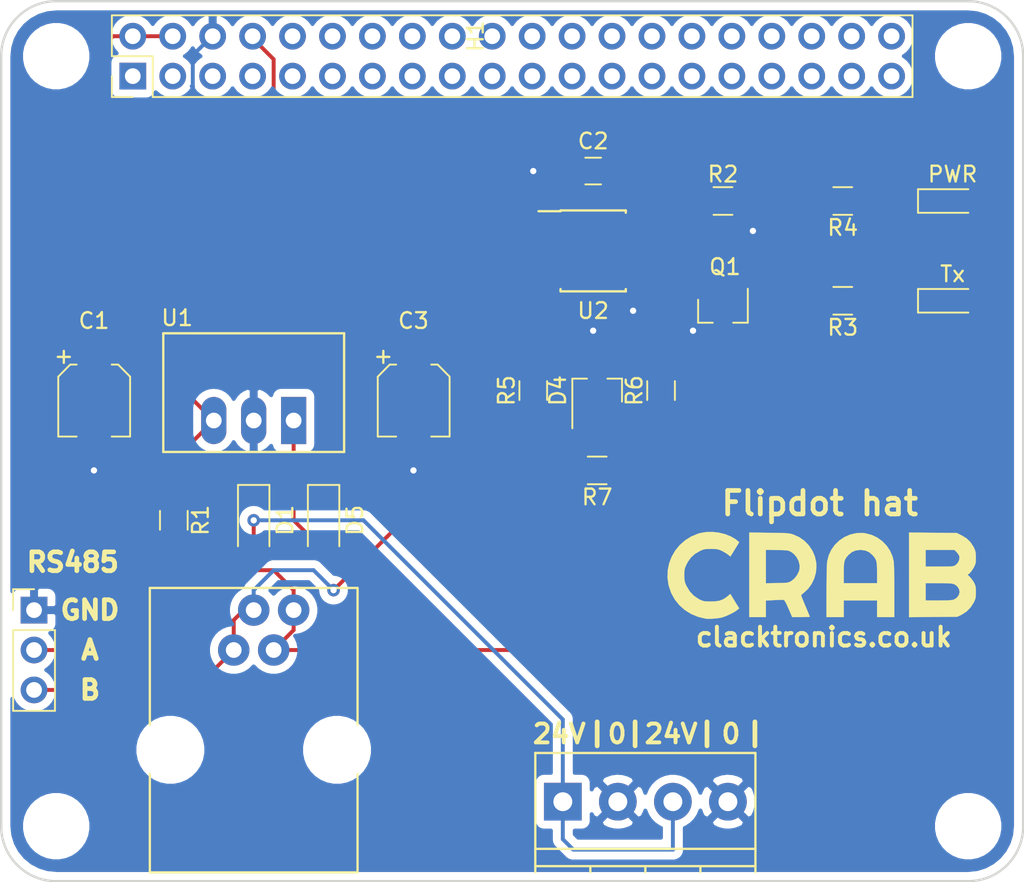
<source format=kicad_pcb>
(kicad_pcb (version 20171130) (host pcbnew "(5.0.0-rc2-dev-707-g2ed24a4)")

  (general
    (thickness 1.6)
    (drawings 22)
    (tracks 151)
    (zones 0)
    (modules 27)
    (nets 15)
  )

  (page A4)
  (layers
    (0 F.Cu signal)
    (31 B.Cu signal hide)
    (32 B.Adhes user)
    (33 F.Adhes user)
    (34 B.Paste user)
    (35 F.Paste user)
    (36 B.SilkS user)
    (37 F.SilkS user)
    (38 B.Mask user)
    (39 F.Mask user)
    (40 Dwgs.User user hide)
    (41 Cmts.User user)
    (42 Eco1.User user)
    (43 Eco2.User user)
    (44 Edge.Cuts user)
    (45 Margin user)
    (46 B.CrtYd user hide)
    (47 F.CrtYd user hide)
    (48 B.Fab user)
    (49 F.Fab user hide)
  )

  (setup
    (last_trace_width 0.25)
    (trace_clearance 0.2)
    (zone_clearance 0.508)
    (zone_45_only no)
    (trace_min 0.2)
    (segment_width 0.2)
    (edge_width 0.15)
    (via_size 0.8)
    (via_drill 0.4)
    (via_min_size 0.4)
    (via_min_drill 0.3)
    (uvia_size 0.3)
    (uvia_drill 0.1)
    (uvias_allowed no)
    (uvia_min_size 0.2)
    (uvia_min_drill 0.1)
    (pcb_text_width 0.3)
    (pcb_text_size 1.5 1.5)
    (mod_edge_width 0.15)
    (mod_text_size 1 1)
    (mod_text_width 0.15)
    (pad_size 1.524 1.524)
    (pad_drill 0.762)
    (pad_to_mask_clearance 0.2)
    (aux_axis_origin 0 0)
    (visible_elements FFFFFF7F)
    (pcbplotparams
      (layerselection 0x010fc_ffffffff)
      (usegerberextensions false)
      (usegerberattributes false)
      (usegerberadvancedattributes false)
      (creategerberjobfile false)
      (excludeedgelayer true)
      (linewidth 0.100000)
      (plotframeref false)
      (viasonmask false)
      (mode 1)
      (useauxorigin false)
      (hpglpennumber 1)
      (hpglpenspeed 20)
      (hpglpendiameter 15)
      (psnegative false)
      (psa4output false)
      (plotreference true)
      (plotvalue true)
      (plotinvisibletext false)
      (padsonsilk false)
      (subtractmaskfromsilk false)
      (outputformat 1)
      (mirror false)
      (drillshape 1)
      (scaleselection 1)
      (outputdirectory ""))
  )

  (net 0 "")
  (net 1 GND)
  (net 2 "Net-(C1-Pad1)")
  (net 3 +5V)
  (net 4 "Net-(D1-Pad1)")
  (net 5 "Net-(D1-Pad2)")
  (net 6 "Net-(D2-Pad1)")
  (net 7 "Net-(D3-Pad1)")
  (net 8 B_OUT)
  (net 9 A_OUT)
  (net 10 "Net-(H1-Pad8)")
  (net 11 "Net-(Q1-Pad1)")
  (net 12 "Net-(R5-Pad2)")
  (net 13 "Net-(R6-Pad2)")
  (net 14 "Net-(D5-Pad2)")

  (net_class Default "This is the default net class."
    (clearance 0.2)
    (trace_width 0.25)
    (via_dia 0.8)
    (via_drill 0.4)
    (uvia_dia 0.3)
    (uvia_drill 0.1)
    (add_net +5V)
    (add_net A_OUT)
    (add_net B_OUT)
    (add_net GND)
    (add_net "Net-(C1-Pad1)")
    (add_net "Net-(D1-Pad1)")
    (add_net "Net-(D1-Pad2)")
    (add_net "Net-(D2-Pad1)")
    (add_net "Net-(D3-Pad1)")
    (add_net "Net-(D5-Pad2)")
    (add_net "Net-(H1-Pad8)")
    (add_net "Net-(Q1-Pad1)")
    (add_net "Net-(R5-Pad2)")
    (add_net "Net-(R6-Pad2)")
  )

  (module Pin_Headers:Pin_Header_Straight_2x20_Pitch2.54mm (layer F.Cu) (tedit 59650533) (tstamp 5B7F7559)
    (at 179 60 90)
    (descr "Through hole straight pin header, 2x20, 2.54mm pitch, double rows")
    (tags "Through hole pin header THT 2x20 2.54mm double row")
    (path /5B56597C)
    (fp_text reference H1 (at 1.27 -2.33 90) (layer F.SilkS)
      (effects (font (size 1 1) (thickness 0.15)))
    )
    (fp_text value RaspberryPi-cap_template (at 1.27 50.59 90) (layer F.Fab)
      (effects (font (size 1 1) (thickness 0.15)))
    )
    (fp_text user %R (at 0 0 180) (layer F.Fab)
      (effects (font (size 1 1) (thickness 0.15)))
    )
    (fp_line (start 3.08 -25.93) (end -3.07 -25.93) (layer F.CrtYd) (width 0.05))
    (fp_line (start 3.08 25.92) (end 3.08 -25.93) (layer F.CrtYd) (width 0.05))
    (fp_line (start -3.07 25.92) (end 3.08 25.92) (layer F.CrtYd) (width 0.05))
    (fp_line (start -3.07 -25.93) (end -3.07 25.92) (layer F.CrtYd) (width 0.05))
    (fp_line (start -2.6 -25.46) (end -1.27 -25.46) (layer F.SilkS) (width 0.12))
    (fp_line (start -2.6 -24.13) (end -2.6 -25.46) (layer F.SilkS) (width 0.12))
    (fp_line (start 0 -25.46) (end 2.6 -25.46) (layer F.SilkS) (width 0.12))
    (fp_line (start 0 -22.86) (end 0 -25.46) (layer F.SilkS) (width 0.12))
    (fp_line (start -2.6 -22.86) (end 0 -22.86) (layer F.SilkS) (width 0.12))
    (fp_line (start 2.6 -25.46) (end 2.6 25.46) (layer F.SilkS) (width 0.12))
    (fp_line (start -2.6 -22.86) (end -2.6 25.46) (layer F.SilkS) (width 0.12))
    (fp_line (start -2.6 25.46) (end 2.6 25.46) (layer F.SilkS) (width 0.12))
    (fp_line (start -2.54 -24.13) (end -1.27 -25.4) (layer F.Fab) (width 0.1))
    (fp_line (start -2.54 25.4) (end -2.54 -24.13) (layer F.Fab) (width 0.1))
    (fp_line (start 2.54 25.4) (end -2.54 25.4) (layer F.Fab) (width 0.1))
    (fp_line (start 2.54 -25.4) (end 2.54 25.4) (layer F.Fab) (width 0.1))
    (fp_line (start -1.27 -25.4) (end 2.54 -25.4) (layer F.Fab) (width 0.1))
    (pad 40 thru_hole oval (at 1.27 24.13 90) (size 1.7 1.7) (drill 1) (layers *.Cu *.Mask))
    (pad 39 thru_hole oval (at -1.27 24.13 90) (size 1.7 1.7) (drill 1) (layers *.Cu *.Mask))
    (pad 38 thru_hole oval (at 1.27 21.59 90) (size 1.7 1.7) (drill 1) (layers *.Cu *.Mask))
    (pad 37 thru_hole oval (at -1.27 21.59 90) (size 1.7 1.7) (drill 1) (layers *.Cu *.Mask))
    (pad 36 thru_hole oval (at 1.27 19.05 90) (size 1.7 1.7) (drill 1) (layers *.Cu *.Mask))
    (pad 35 thru_hole oval (at -1.27 19.05 90) (size 1.7 1.7) (drill 1) (layers *.Cu *.Mask))
    (pad 34 thru_hole oval (at 1.27 16.51 90) (size 1.7 1.7) (drill 1) (layers *.Cu *.Mask))
    (pad 33 thru_hole oval (at -1.27 16.51 90) (size 1.7 1.7) (drill 1) (layers *.Cu *.Mask))
    (pad 32 thru_hole oval (at 1.27 13.97 90) (size 1.7 1.7) (drill 1) (layers *.Cu *.Mask))
    (pad 31 thru_hole oval (at -1.27 13.97 90) (size 1.7 1.7) (drill 1) (layers *.Cu *.Mask))
    (pad 30 thru_hole oval (at 1.27 11.43 90) (size 1.7 1.7) (drill 1) (layers *.Cu *.Mask))
    (pad 29 thru_hole oval (at -1.27 11.43 90) (size 1.7 1.7) (drill 1) (layers *.Cu *.Mask))
    (pad 28 thru_hole oval (at 1.27 8.89 90) (size 1.7 1.7) (drill 1) (layers *.Cu *.Mask))
    (pad 27 thru_hole oval (at -1.27 8.89 90) (size 1.7 1.7) (drill 1) (layers *.Cu *.Mask))
    (pad 26 thru_hole oval (at 1.27 6.35 90) (size 1.7 1.7) (drill 1) (layers *.Cu *.Mask))
    (pad 25 thru_hole oval (at -1.27 6.35 90) (size 1.7 1.7) (drill 1) (layers *.Cu *.Mask))
    (pad 24 thru_hole oval (at 1.27 3.81 90) (size 1.7 1.7) (drill 1) (layers *.Cu *.Mask))
    (pad 23 thru_hole oval (at -1.27 3.81 90) (size 1.7 1.7) (drill 1) (layers *.Cu *.Mask))
    (pad 22 thru_hole oval (at 1.27 1.27 90) (size 1.7 1.7) (drill 1) (layers *.Cu *.Mask))
    (pad 21 thru_hole oval (at -1.27 1.27 90) (size 1.7 1.7) (drill 1) (layers *.Cu *.Mask))
    (pad 20 thru_hole oval (at 1.27 -1.27 90) (size 1.7 1.7) (drill 1) (layers *.Cu *.Mask))
    (pad 19 thru_hole oval (at -1.27 -1.27 90) (size 1.7 1.7) (drill 1) (layers *.Cu *.Mask))
    (pad 18 thru_hole oval (at 1.27 -3.81 90) (size 1.7 1.7) (drill 1) (layers *.Cu *.Mask))
    (pad 17 thru_hole oval (at -1.27 -3.81 90) (size 1.7 1.7) (drill 1) (layers *.Cu *.Mask))
    (pad 16 thru_hole oval (at 1.27 -6.35 90) (size 1.7 1.7) (drill 1) (layers *.Cu *.Mask))
    (pad 15 thru_hole oval (at -1.27 -6.35 90) (size 1.7 1.7) (drill 1) (layers *.Cu *.Mask))
    (pad 14 thru_hole oval (at 1.27 -8.89 90) (size 1.7 1.7) (drill 1) (layers *.Cu *.Mask))
    (pad 13 thru_hole oval (at -1.27 -8.89 90) (size 1.7 1.7) (drill 1) (layers *.Cu *.Mask))
    (pad 12 thru_hole oval (at 1.27 -11.43 90) (size 1.7 1.7) (drill 1) (layers *.Cu *.Mask))
    (pad 11 thru_hole oval (at -1.27 -11.43 90) (size 1.7 1.7) (drill 1) (layers *.Cu *.Mask))
    (pad 10 thru_hole oval (at 1.27 -13.97 90) (size 1.7 1.7) (drill 1) (layers *.Cu *.Mask))
    (pad 9 thru_hole oval (at -1.27 -13.97 90) (size 1.7 1.7) (drill 1) (layers *.Cu *.Mask))
    (pad 8 thru_hole oval (at 1.27 -16.51 90) (size 1.7 1.7) (drill 1) (layers *.Cu *.Mask)
      (net 10 "Net-(H1-Pad8)"))
    (pad 7 thru_hole oval (at -1.27 -16.51 90) (size 1.7 1.7) (drill 1) (layers *.Cu *.Mask))
    (pad 6 thru_hole oval (at 1.27 -19.05 90) (size 1.7 1.7) (drill 1) (layers *.Cu *.Mask)
      (net 1 GND))
    (pad 5 thru_hole oval (at -1.27 -19.05 90) (size 1.7 1.7) (drill 1) (layers *.Cu *.Mask))
    (pad 4 thru_hole oval (at 1.27 -21.59 90) (size 1.7 1.7) (drill 1) (layers *.Cu *.Mask)
      (net 3 +5V))
    (pad 3 thru_hole oval (at -1.27 -21.59 90) (size 1.7 1.7) (drill 1) (layers *.Cu *.Mask))
    (pad 2 thru_hole oval (at 1.27 -24.13 90) (size 1.7 1.7) (drill 1) (layers *.Cu *.Mask)
      (net 3 +5V))
    (pad 1 thru_hole rect (at -1.27 -24.13 90) (size 1.7 1.7) (drill 1) (layers *.Cu *.Mask))
    (model ${KISYS3DMOD}/Pin_Headers.3dshapes/Pin_Header_Straight_2x20_Pitch2.54mm.wrl
      (at (xyz 0 0 0))
      (scale (xyz 1 1 1))
      (rotate (xyz 0 0 0))
    )
  )

  (module Capacitors_SMD:CP_Elec_4x4.5 (layer F.Cu) (tedit 5B7F09B1) (tstamp 5B7F7496)
    (at 152.4 81.915 270)
    (descr "SMT capacitor, aluminium electrolytic, 4x4.5")
    (path /5B58DB38)
    (attr smd)
    (fp_text reference C1 (at -5.08 0) (layer F.SilkS)
      (effects (font (size 1 1) (thickness 0.15)))
    )
    (fp_text value 22u (at 0 -3.45 90) (layer F.Fab)
      (effects (font (size 1 1) (thickness 0.15)))
    )
    (fp_line (start 3.35 2.37) (end -3.35 2.37) (layer F.CrtYd) (width 0.05))
    (fp_line (start 3.35 2.37) (end 3.35 -2.4) (layer F.CrtYd) (width 0.05))
    (fp_line (start -3.35 -2.4) (end -3.35 2.37) (layer F.CrtYd) (width 0.05))
    (fp_line (start -3.35 -2.4) (end 3.35 -2.4) (layer F.CrtYd) (width 0.05))
    (fp_line (start -1.52 2.27) (end -2.29 1.51) (layer F.SilkS) (width 0.12))
    (fp_line (start -1.52 2.27) (end 2.29 2.27) (layer F.SilkS) (width 0.12))
    (fp_line (start -1.52 -2.3) (end -2.29 -1.54) (layer F.SilkS) (width 0.12))
    (fp_line (start -1.52 -2.3) (end 2.29 -2.3) (layer F.SilkS) (width 0.12))
    (fp_line (start -2.29 -1.54) (end -2.29 -1.13) (layer F.SilkS) (width 0.12))
    (fp_line (start -2.29 1.51) (end -2.29 1.1) (layer F.SilkS) (width 0.12))
    (fp_line (start 2.29 2.27) (end 2.29 1.1) (layer F.SilkS) (width 0.12))
    (fp_line (start 2.29 -2.3) (end 2.29 -1.13) (layer F.SilkS) (width 0.12))
    (fp_line (start 2.13 -2.15) (end -1.46 -2.15) (layer F.Fab) (width 0.1))
    (fp_line (start -1.46 -2.15) (end -2.13 -1.47) (layer F.Fab) (width 0.1))
    (fp_line (start -2.13 -1.47) (end -2.13 1.45) (layer F.Fab) (width 0.1))
    (fp_line (start -2.13 1.45) (end -1.46 2.12) (layer F.Fab) (width 0.1))
    (fp_line (start -1.46 2.12) (end 2.13 2.12) (layer F.Fab) (width 0.1))
    (fp_line (start 2.13 2.12) (end 2.13 -2.15) (layer F.Fab) (width 0.1))
    (fp_text user %R (at 0 3.58 90) (layer F.Fab)
      (effects (font (size 1 1) (thickness 0.15)))
    )
    (fp_text user + (at -2.78 1.99 90) (layer F.SilkS)
      (effects (font (size 1 1) (thickness 0.15)))
    )
    (fp_text user + (at -1.24 -0.08 270) (layer F.Fab)
      (effects (font (size 1 1) (thickness 0.15)))
    )
    (fp_circle (center 0 0) (end 0.1 2.1) (layer F.Fab) (width 0.1))
    (pad 2 smd rect (at 1.8 0 90) (size 2.6 1.6) (layers F.Cu F.Paste F.Mask)
      (net 1 GND))
    (pad 1 smd rect (at -1.8 0 90) (size 2.6 1.6) (layers F.Cu F.Paste F.Mask)
      (net 2 "Net-(C1-Pad1)"))
    (model Capacitors_SMD.3dshapes/CP_Elec_4x4.5.wrl
      (at (xyz 0 0 0))
      (scale (xyz 1 1 1))
      (rotate (xyz 0 0 180))
    )
  )

  (module Capacitors_SMD:C_0805_HandSoldering (layer F.Cu) (tedit 5B7F1CFA) (tstamp 5B7F74A7)
    (at 184.15 67.31 180)
    (descr "Capacitor SMD 0805, hand soldering")
    (tags "capacitor 0805")
    (path /5B57A2E4)
    (attr smd)
    (fp_text reference C2 (at 0 1.905 180) (layer F.SilkS)
      (effects (font (size 1 1) (thickness 0.15)))
    )
    (fp_text value 100n (at 0 1.75 180) (layer F.Fab)
      (effects (font (size 1 1) (thickness 0.15)))
    )
    (fp_text user %R (at 0 -1.75 180) (layer F.Fab)
      (effects (font (size 1 1) (thickness 0.15)))
    )
    (fp_line (start -1 0.62) (end -1 -0.62) (layer F.Fab) (width 0.1))
    (fp_line (start 1 0.62) (end -1 0.62) (layer F.Fab) (width 0.1))
    (fp_line (start 1 -0.62) (end 1 0.62) (layer F.Fab) (width 0.1))
    (fp_line (start -1 -0.62) (end 1 -0.62) (layer F.Fab) (width 0.1))
    (fp_line (start 0.5 -0.85) (end -0.5 -0.85) (layer F.SilkS) (width 0.12))
    (fp_line (start -0.5 0.85) (end 0.5 0.85) (layer F.SilkS) (width 0.12))
    (fp_line (start -2.25 -0.88) (end 2.25 -0.88) (layer F.CrtYd) (width 0.05))
    (fp_line (start -2.25 -0.88) (end -2.25 0.87) (layer F.CrtYd) (width 0.05))
    (fp_line (start 2.25 0.87) (end 2.25 -0.88) (layer F.CrtYd) (width 0.05))
    (fp_line (start 2.25 0.87) (end -2.25 0.87) (layer F.CrtYd) (width 0.05))
    (pad 1 smd rect (at -1.25 0 180) (size 1.5 1.25) (layers F.Cu F.Paste F.Mask)
      (net 3 +5V))
    (pad 2 smd rect (at 1.25 0 180) (size 1.5 1.25) (layers F.Cu F.Paste F.Mask)
      (net 1 GND))
    (model Capacitors_SMD.3dshapes/C_0805.wrl
      (at (xyz 0 0 0))
      (scale (xyz 1 1 1))
      (rotate (xyz 0 0 0))
    )
  )

  (module Capacitors_SMD:CP_Elec_4x4.5 (layer F.Cu) (tedit 5B7F09B7) (tstamp 5B7F74C3)
    (at 172.72 81.915 270)
    (descr "SMT capacitor, aluminium electrolytic, 4x4.5")
    (path /5B58DA00)
    (attr smd)
    (fp_text reference C3 (at -5.08 0 180) (layer F.SilkS)
      (effects (font (size 1 1) (thickness 0.15)))
    )
    (fp_text value 10u (at 0 -3.45 90) (layer F.Fab)
      (effects (font (size 1 1) (thickness 0.15)))
    )
    (fp_circle (center 0 0) (end 0.1 2.1) (layer F.Fab) (width 0.1))
    (fp_text user + (at -1.24 -0.08 270) (layer F.Fab)
      (effects (font (size 1 1) (thickness 0.15)))
    )
    (fp_text user + (at -2.78 1.99 90) (layer F.SilkS)
      (effects (font (size 1 1) (thickness 0.15)))
    )
    (fp_text user %R (at 0 3.58 90) (layer F.Fab)
      (effects (font (size 1 1) (thickness 0.15)))
    )
    (fp_line (start 2.13 2.12) (end 2.13 -2.15) (layer F.Fab) (width 0.1))
    (fp_line (start -1.46 2.12) (end 2.13 2.12) (layer F.Fab) (width 0.1))
    (fp_line (start -2.13 1.45) (end -1.46 2.12) (layer F.Fab) (width 0.1))
    (fp_line (start -2.13 -1.47) (end -2.13 1.45) (layer F.Fab) (width 0.1))
    (fp_line (start -1.46 -2.15) (end -2.13 -1.47) (layer F.Fab) (width 0.1))
    (fp_line (start 2.13 -2.15) (end -1.46 -2.15) (layer F.Fab) (width 0.1))
    (fp_line (start 2.29 -2.3) (end 2.29 -1.13) (layer F.SilkS) (width 0.12))
    (fp_line (start 2.29 2.27) (end 2.29 1.1) (layer F.SilkS) (width 0.12))
    (fp_line (start -2.29 1.51) (end -2.29 1.1) (layer F.SilkS) (width 0.12))
    (fp_line (start -2.29 -1.54) (end -2.29 -1.13) (layer F.SilkS) (width 0.12))
    (fp_line (start -1.52 -2.3) (end 2.29 -2.3) (layer F.SilkS) (width 0.12))
    (fp_line (start -1.52 -2.3) (end -2.29 -1.54) (layer F.SilkS) (width 0.12))
    (fp_line (start -1.52 2.27) (end 2.29 2.27) (layer F.SilkS) (width 0.12))
    (fp_line (start -1.52 2.27) (end -2.29 1.51) (layer F.SilkS) (width 0.12))
    (fp_line (start -3.35 -2.4) (end 3.35 -2.4) (layer F.CrtYd) (width 0.05))
    (fp_line (start -3.35 -2.4) (end -3.35 2.37) (layer F.CrtYd) (width 0.05))
    (fp_line (start 3.35 2.37) (end 3.35 -2.4) (layer F.CrtYd) (width 0.05))
    (fp_line (start 3.35 2.37) (end -3.35 2.37) (layer F.CrtYd) (width 0.05))
    (pad 1 smd rect (at -1.8 0 90) (size 2.6 1.6) (layers F.Cu F.Paste F.Mask)
      (net 3 +5V))
    (pad 2 smd rect (at 1.8 0 90) (size 2.6 1.6) (layers F.Cu F.Paste F.Mask)
      (net 1 GND))
    (model Capacitors_SMD.3dshapes/CP_Elec_4x4.5.wrl
      (at (xyz 0 0 0))
      (scale (xyz 1 1 1))
      (rotate (xyz 0 0 180))
    )
  )

  (module Diodes_SMD:D_SOD-123 (layer F.Cu) (tedit 58645DC7) (tstamp 5B7F74DC)
    (at 162.56 89.535 270)
    (descr SOD-123)
    (tags SOD-123)
    (path /5B5644D4)
    (attr smd)
    (fp_text reference D1 (at 0 -2 270) (layer F.SilkS)
      (effects (font (size 1 1) (thickness 0.15)))
    )
    (fp_text value D_Schottky (at 0 2.1 270) (layer F.Fab)
      (effects (font (size 1 1) (thickness 0.15)))
    )
    (fp_text user %R (at 0 -2 270) (layer F.Fab)
      (effects (font (size 1 1) (thickness 0.15)))
    )
    (fp_line (start -2.25 -1) (end -2.25 1) (layer F.SilkS) (width 0.12))
    (fp_line (start 0.25 0) (end 0.75 0) (layer F.Fab) (width 0.1))
    (fp_line (start 0.25 0.4) (end -0.35 0) (layer F.Fab) (width 0.1))
    (fp_line (start 0.25 -0.4) (end 0.25 0.4) (layer F.Fab) (width 0.1))
    (fp_line (start -0.35 0) (end 0.25 -0.4) (layer F.Fab) (width 0.1))
    (fp_line (start -0.35 0) (end -0.35 0.55) (layer F.Fab) (width 0.1))
    (fp_line (start -0.35 0) (end -0.35 -0.55) (layer F.Fab) (width 0.1))
    (fp_line (start -0.75 0) (end -0.35 0) (layer F.Fab) (width 0.1))
    (fp_line (start -1.4 0.9) (end -1.4 -0.9) (layer F.Fab) (width 0.1))
    (fp_line (start 1.4 0.9) (end -1.4 0.9) (layer F.Fab) (width 0.1))
    (fp_line (start 1.4 -0.9) (end 1.4 0.9) (layer F.Fab) (width 0.1))
    (fp_line (start -1.4 -0.9) (end 1.4 -0.9) (layer F.Fab) (width 0.1))
    (fp_line (start -2.35 -1.15) (end 2.35 -1.15) (layer F.CrtYd) (width 0.05))
    (fp_line (start 2.35 -1.15) (end 2.35 1.15) (layer F.CrtYd) (width 0.05))
    (fp_line (start 2.35 1.15) (end -2.35 1.15) (layer F.CrtYd) (width 0.05))
    (fp_line (start -2.35 -1.15) (end -2.35 1.15) (layer F.CrtYd) (width 0.05))
    (fp_line (start -2.25 1) (end 1.65 1) (layer F.SilkS) (width 0.12))
    (fp_line (start -2.25 -1) (end 1.65 -1) (layer F.SilkS) (width 0.12))
    (pad 1 smd rect (at -1.65 0 270) (size 0.9 1.2) (layers F.Cu F.Paste F.Mask)
      (net 4 "Net-(D1-Pad1)"))
    (pad 2 smd rect (at 1.65 0 270) (size 0.9 1.2) (layers F.Cu F.Paste F.Mask)
      (net 5 "Net-(D1-Pad2)"))
    (model ${KISYS3DMOD}/Diodes_SMD.3dshapes/D_SOD-123.wrl
      (at (xyz 0 0 0))
      (scale (xyz 1 1 1))
      (rotate (xyz 0 0 0))
    )
  )

  (module LEDs:LED_0805_HandSoldering (layer F.Cu) (tedit 5B7F0CFF) (tstamp 5B7F74F1)
    (at 207.01 75.565)
    (descr "Resistor SMD 0805, hand soldering")
    (tags "resistor 0805")
    (path /5B57D623)
    (attr smd)
    (fp_text reference Tx (at 0 -1.7) (layer F.SilkS)
      (effects (font (size 1 1) (thickness 0.15)))
    )
    (fp_text value LED (at 0 1.75) (layer F.Fab)
      (effects (font (size 1 1) (thickness 0.15)))
    )
    (fp_line (start -2.2 -0.75) (end -2.2 0.75) (layer F.SilkS) (width 0.12))
    (fp_line (start 2.35 0.9) (end -2.35 0.9) (layer F.CrtYd) (width 0.05))
    (fp_line (start 2.35 0.9) (end 2.35 -0.9) (layer F.CrtYd) (width 0.05))
    (fp_line (start -2.35 -0.9) (end -2.35 0.9) (layer F.CrtYd) (width 0.05))
    (fp_line (start -2.35 -0.9) (end 2.35 -0.9) (layer F.CrtYd) (width 0.05))
    (fp_line (start -2.2 -0.75) (end 1 -0.75) (layer F.SilkS) (width 0.12))
    (fp_line (start 1 0.75) (end -2.2 0.75) (layer F.SilkS) (width 0.12))
    (fp_line (start -1 -0.62) (end 1 -0.62) (layer F.Fab) (width 0.1))
    (fp_line (start 1 -0.62) (end 1 0.62) (layer F.Fab) (width 0.1))
    (fp_line (start 1 0.62) (end -1 0.62) (layer F.Fab) (width 0.1))
    (fp_line (start -1 0.62) (end -1 -0.62) (layer F.Fab) (width 0.1))
    (fp_line (start 0.2 -0.4) (end 0.2 0.4) (layer F.Fab) (width 0.1))
    (fp_line (start 0.2 0.4) (end -0.4 0) (layer F.Fab) (width 0.1))
    (fp_line (start -0.4 0) (end 0.2 -0.4) (layer F.Fab) (width 0.1))
    (fp_line (start -0.4 -0.4) (end -0.4 0.4) (layer F.Fab) (width 0.1))
    (pad 2 smd rect (at 1.35 0) (size 1.5 1.3) (layers F.Cu F.Paste F.Mask)
      (net 3 +5V))
    (pad 1 smd rect (at -1.35 0) (size 1.5 1.3) (layers F.Cu F.Paste F.Mask)
      (net 6 "Net-(D2-Pad1)"))
    (model ${KISYS3DMOD}/LEDs.3dshapes/LED_0805.wrl
      (at (xyz 0 0 0))
      (scale (xyz 1 1 1))
      (rotate (xyz 0 0 0))
    )
  )

  (module LEDs:LED_0805_HandSoldering (layer F.Cu) (tedit 5B7F0D14) (tstamp 5B7F7506)
    (at 207.01 69.215)
    (descr "Resistor SMD 0805, hand soldering")
    (tags "resistor 0805")
    (path /5B57C1A6)
    (attr smd)
    (fp_text reference PWR (at 0 -1.7) (layer F.SilkS)
      (effects (font (size 1 1) (thickness 0.15)))
    )
    (fp_text value LED (at 0 1.75) (layer F.Fab)
      (effects (font (size 1 1) (thickness 0.15)))
    )
    (fp_line (start -0.4 -0.4) (end -0.4 0.4) (layer F.Fab) (width 0.1))
    (fp_line (start -0.4 0) (end 0.2 -0.4) (layer F.Fab) (width 0.1))
    (fp_line (start 0.2 0.4) (end -0.4 0) (layer F.Fab) (width 0.1))
    (fp_line (start 0.2 -0.4) (end 0.2 0.4) (layer F.Fab) (width 0.1))
    (fp_line (start -1 0.62) (end -1 -0.62) (layer F.Fab) (width 0.1))
    (fp_line (start 1 0.62) (end -1 0.62) (layer F.Fab) (width 0.1))
    (fp_line (start 1 -0.62) (end 1 0.62) (layer F.Fab) (width 0.1))
    (fp_line (start -1 -0.62) (end 1 -0.62) (layer F.Fab) (width 0.1))
    (fp_line (start 1 0.75) (end -2.2 0.75) (layer F.SilkS) (width 0.12))
    (fp_line (start -2.2 -0.75) (end 1 -0.75) (layer F.SilkS) (width 0.12))
    (fp_line (start -2.35 -0.9) (end 2.35 -0.9) (layer F.CrtYd) (width 0.05))
    (fp_line (start -2.35 -0.9) (end -2.35 0.9) (layer F.CrtYd) (width 0.05))
    (fp_line (start 2.35 0.9) (end 2.35 -0.9) (layer F.CrtYd) (width 0.05))
    (fp_line (start 2.35 0.9) (end -2.35 0.9) (layer F.CrtYd) (width 0.05))
    (fp_line (start -2.2 -0.75) (end -2.2 0.75) (layer F.SilkS) (width 0.12))
    (pad 1 smd rect (at -1.35 0) (size 1.5 1.3) (layers F.Cu F.Paste F.Mask)
      (net 7 "Net-(D3-Pad1)"))
    (pad 2 smd rect (at 1.35 0) (size 1.5 1.3) (layers F.Cu F.Paste F.Mask)
      (net 3 +5V))
    (model ${KISYS3DMOD}/LEDs.3dshapes/LED_0805.wrl
      (at (xyz 0 0 0))
      (scale (xyz 1 1 1))
      (rotate (xyz 0 0 0))
    )
  )

  (module TO_SOT_Packages_SMD:SOT-23_Handsoldering (layer F.Cu) (tedit 58CE4E7E) (tstamp 5B7F751B)
    (at 184.404 81.28 90)
    (descr "SOT-23, Handsoldering")
    (tags SOT-23)
    (path /5B564CD7)
    (attr smd)
    (fp_text reference D4 (at 0 -2.5 90) (layer F.SilkS)
      (effects (font (size 1 1) (thickness 0.15)))
    )
    (fp_text value CDSOT23-SM712 (at 0 2.5 90) (layer F.Fab)
      (effects (font (size 1 1) (thickness 0.15)))
    )
    (fp_text user %R (at 0 0 180) (layer F.Fab)
      (effects (font (size 0.5 0.5) (thickness 0.075)))
    )
    (fp_line (start 0.76 1.58) (end 0.76 0.65) (layer F.SilkS) (width 0.12))
    (fp_line (start 0.76 -1.58) (end 0.76 -0.65) (layer F.SilkS) (width 0.12))
    (fp_line (start -2.7 -1.75) (end 2.7 -1.75) (layer F.CrtYd) (width 0.05))
    (fp_line (start 2.7 -1.75) (end 2.7 1.75) (layer F.CrtYd) (width 0.05))
    (fp_line (start 2.7 1.75) (end -2.7 1.75) (layer F.CrtYd) (width 0.05))
    (fp_line (start -2.7 1.75) (end -2.7 -1.75) (layer F.CrtYd) (width 0.05))
    (fp_line (start 0.76 -1.58) (end -2.4 -1.58) (layer F.SilkS) (width 0.12))
    (fp_line (start -0.7 -0.95) (end -0.7 1.5) (layer F.Fab) (width 0.1))
    (fp_line (start -0.15 -1.52) (end 0.7 -1.52) (layer F.Fab) (width 0.1))
    (fp_line (start -0.7 -0.95) (end -0.15 -1.52) (layer F.Fab) (width 0.1))
    (fp_line (start 0.7 -1.52) (end 0.7 1.52) (layer F.Fab) (width 0.1))
    (fp_line (start -0.7 1.52) (end 0.7 1.52) (layer F.Fab) (width 0.1))
    (fp_line (start 0.76 1.58) (end -0.7 1.58) (layer F.SilkS) (width 0.12))
    (pad 1 smd rect (at -1.5 -0.95 90) (size 1.9 0.8) (layers F.Cu F.Paste F.Mask)
      (net 8 B_OUT))
    (pad 2 smd rect (at -1.5 0.95 90) (size 1.9 0.8) (layers F.Cu F.Paste F.Mask)
      (net 9 A_OUT))
    (pad 3 smd rect (at 1.5 0 90) (size 1.9 0.8) (layers F.Cu F.Paste F.Mask)
      (net 1 GND))
    (model ${KISYS3DMOD}/TO_SOT_Packages_SMD.3dshapes\SOT-23.wrl
      (at (xyz 0 0 0))
      (scale (xyz 1 1 1))
      (rotate (xyz 0 0 0))
    )
  )

  (module TerminalBlock_Phoenix:TerminalBlock_Phoenix_PT-3.5mm_4pol (layer F.Cu) (tedit 5B7F0FAD) (tstamp 5B7F756E)
    (at 182.2196 107.442)
    (descr "4-way 3.5mm pitch terminal block, Phoenix PT series")
    (path /5B5755E6)
    (fp_text reference J1 (at 5.25 -4.3) (layer F.SilkS) hide
      (effects (font (size 1 1) (thickness 0.15)))
    )
    (fp_text value Screw_Terminal_01x04 (at 5.25 6) (layer F.Fab)
      (effects (font (size 1 1) (thickness 0.15)))
    )
    (fp_text user %R (at 5.25 0) (layer F.Fab)
      (effects (font (size 1 1) (thickness 0.15)))
    )
    (fp_line (start -1.9 -3.3) (end 12.4 -3.3) (layer F.CrtYd) (width 0.05))
    (fp_line (start -1.9 4.7) (end -1.9 -3.3) (layer F.CrtYd) (width 0.05))
    (fp_line (start 12.4 4.7) (end -1.9 4.7) (layer F.CrtYd) (width 0.05))
    (fp_line (start 12.4 -3.3) (end 12.4 4.7) (layer F.CrtYd) (width 0.05))
    (fp_line (start 1.75 4.1) (end 1.75 4.5) (layer F.SilkS) (width 0.15))
    (fp_line (start 5.25 4.1) (end 5.25 4.5) (layer F.SilkS) (width 0.15))
    (fp_line (start 8.75 4.1) (end 8.75 4.5) (layer F.SilkS) (width 0.15))
    (fp_line (start -1.75 3) (end 12.25 3) (layer F.SilkS) (width 0.15))
    (fp_line (start -1.75 4.1) (end 12.25 4.1) (layer F.SilkS) (width 0.15))
    (fp_line (start -1.75 -3.1) (end -1.75 4.5) (layer F.SilkS) (width 0.15))
    (fp_line (start 12.25 4.5) (end 12.25 -3.1) (layer F.SilkS) (width 0.15))
    (fp_line (start 12.25 -3.1) (end -1.75 -3.1) (layer F.SilkS) (width 0.15))
    (pad 3 thru_hole circle (at 7 0) (size 2.4 2.4) (drill 1.2) (layers *.Cu *.Mask)
      (net 5 "Net-(D1-Pad2)"))
    (pad 4 thru_hole circle (at 10.5 0) (size 2.4 2.4) (drill 1.2) (layers *.Cu *.Mask)
      (net 1 GND))
    (pad 2 thru_hole circle (at 3.5 0) (size 2.4 2.4) (drill 1.2) (layers *.Cu *.Mask)
      (net 1 GND))
    (pad 1 thru_hole rect (at 0 0) (size 2.4 2.4) (drill 1.2) (layers *.Cu *.Mask)
      (net 5 "Net-(D1-Pad2)"))
    (model ${KISYS3DMOD}/TerminalBlock_Phoenix.3dshapes/TerminalBlock_Phoenix_PT-3.5mm_4pol.wrl
      (at (xyz 0 0 0))
      (scale (xyz 1 1 1))
      (rotate (xyz 0 0 0))
    )
  )

  (module "crab_flipdot:Molex RJ11 95501-2641" (layer F.Cu) (tedit 5B7F0FB4) (tstamp 5B7F75A0)
    (at 162.56 104.14)
    (path /5B7BDE1E)
    (fp_text reference J3 (at -0.254 -0.635) (layer F.SilkS) hide
      (effects (font (size 1 1) (thickness 0.15)))
    )
    (fp_text value RJ11 (at 0 17.145) (layer F.Fab)
      (effects (font (size 1 1) (thickness 0.15)))
    )
    (fp_line (start 6.605 -10.3) (end -6.605 -10.3) (layer F.SilkS) (width 0.15))
    (fp_line (start 6.605 7.8) (end 6.605 1.54) (layer F.SilkS) (width 0.15))
    (fp_line (start -6.605 7.8) (end 6.605 7.8) (layer F.SilkS) (width 0.15))
    (fp_line (start -6.605 1.54) (end -6.605 7.8) (layer F.SilkS) (width 0.15))
    (fp_line (start -6.605 -1.6) (end -6.605 -10.3) (layer F.SilkS) (width 0.15))
    (fp_line (start 6.605 -10.3) (end 6.605 -1.6) (layer F.SilkS) (width 0.15))
    (pad 3 thru_hole circle (at 1.27 -6.35) (size 2 2) (drill 1) (layers *.Cu *.Mask)
      (net 9 A_OUT))
    (pad 1 thru_hole circle (at -1.27 -6.35) (size 2 2) (drill 1) (layers *.Cu *.Mask)
      (net 8 B_OUT))
    (pad 4 thru_hole circle (at 2.54 -8.89) (size 2 2) (drill 1) (layers *.Cu *.Mask)
      (net 9 A_OUT))
    (pad 2 thru_hole circle (at 0 -8.89) (size 2 2) (drill 1) (layers *.Cu *.Mask)
      (net 8 B_OUT))
    (pad "" np_thru_hole circle (at 5.3 0) (size 3.3 3.3) (drill 3.3) (layers *.Cu *.Mask))
    (pad "" np_thru_hole circle (at -5.3 0) (size 3.3 3.3) (drill 3.3) (layers *.Cu *.Mask))
  )

  (module TO_SOT_Packages_SMD:SOT-23 (layer F.Cu) (tedit 5B7F0D1E) (tstamp 5B7F75B5)
    (at 192.405 76.2 270)
    (descr "SOT-23, Standard")
    (tags SOT-23)
    (path /5B57D335)
    (attr smd)
    (fp_text reference Q1 (at -2.794 -0.127 180) (layer F.SilkS)
      (effects (font (size 1 1) (thickness 0.15)))
    )
    (fp_text value Q_NMOS_DGS (at 0 2.5 270) (layer F.Fab)
      (effects (font (size 1 1) (thickness 0.15)))
    )
    (fp_text user %R (at 0 0) (layer F.Fab)
      (effects (font (size 0.5 0.5) (thickness 0.075)))
    )
    (fp_line (start -0.7 -0.95) (end -0.7 1.5) (layer F.Fab) (width 0.1))
    (fp_line (start -0.15 -1.52) (end 0.7 -1.52) (layer F.Fab) (width 0.1))
    (fp_line (start -0.7 -0.95) (end -0.15 -1.52) (layer F.Fab) (width 0.1))
    (fp_line (start 0.7 -1.52) (end 0.7 1.52) (layer F.Fab) (width 0.1))
    (fp_line (start -0.7 1.52) (end 0.7 1.52) (layer F.Fab) (width 0.1))
    (fp_line (start 0.76 1.58) (end 0.76 0.65) (layer F.SilkS) (width 0.12))
    (fp_line (start 0.76 -1.58) (end 0.76 -0.65) (layer F.SilkS) (width 0.12))
    (fp_line (start -1.7 -1.75) (end 1.7 -1.75) (layer F.CrtYd) (width 0.05))
    (fp_line (start 1.7 -1.75) (end 1.7 1.75) (layer F.CrtYd) (width 0.05))
    (fp_line (start 1.7 1.75) (end -1.7 1.75) (layer F.CrtYd) (width 0.05))
    (fp_line (start -1.7 1.75) (end -1.7 -1.75) (layer F.CrtYd) (width 0.05))
    (fp_line (start 0.76 -1.58) (end -1.4 -1.58) (layer F.SilkS) (width 0.12))
    (fp_line (start 0.76 1.58) (end -0.7 1.58) (layer F.SilkS) (width 0.12))
    (pad 1 smd rect (at -1 -0.95 270) (size 0.9 0.8) (layers F.Cu F.Paste F.Mask)
      (net 11 "Net-(Q1-Pad1)"))
    (pad 2 smd rect (at -1 0.95 270) (size 0.9 0.8) (layers F.Cu F.Paste F.Mask)
      (net 10 "Net-(H1-Pad8)"))
    (pad 3 smd rect (at 1 0 270) (size 0.9 0.8) (layers F.Cu F.Paste F.Mask)
      (net 1 GND))
    (model ${KISYS3DMOD}/TO_SOT_Packages_SMD.3dshapes/SOT-23.wrl
      (at (xyz 0 0 0))
      (scale (xyz 1 1 1))
      (rotate (xyz 0 0 0))
    )
  )

  (module Resistors_SMD:R_0805_HandSoldering (layer F.Cu) (tedit 58E0A804) (tstamp 5B7F75C6)
    (at 157.48 89.535 270)
    (descr "Resistor SMD 0805, hand soldering")
    (tags "resistor 0805")
    (path /5B564405)
    (attr smd)
    (fp_text reference R1 (at 0 -1.7 270) (layer F.SilkS)
      (effects (font (size 1 1) (thickness 0.15)))
    )
    (fp_text value 10 (at 0 1.75 270) (layer F.Fab)
      (effects (font (size 1 1) (thickness 0.15)))
    )
    (fp_text user %R (at 0 0 270) (layer F.Fab)
      (effects (font (size 0.5 0.5) (thickness 0.075)))
    )
    (fp_line (start -1 0.62) (end -1 -0.62) (layer F.Fab) (width 0.1))
    (fp_line (start 1 0.62) (end -1 0.62) (layer F.Fab) (width 0.1))
    (fp_line (start 1 -0.62) (end 1 0.62) (layer F.Fab) (width 0.1))
    (fp_line (start -1 -0.62) (end 1 -0.62) (layer F.Fab) (width 0.1))
    (fp_line (start 0.6 0.88) (end -0.6 0.88) (layer F.SilkS) (width 0.12))
    (fp_line (start -0.6 -0.88) (end 0.6 -0.88) (layer F.SilkS) (width 0.12))
    (fp_line (start -2.35 -0.9) (end 2.35 -0.9) (layer F.CrtYd) (width 0.05))
    (fp_line (start -2.35 -0.9) (end -2.35 0.9) (layer F.CrtYd) (width 0.05))
    (fp_line (start 2.35 0.9) (end 2.35 -0.9) (layer F.CrtYd) (width 0.05))
    (fp_line (start 2.35 0.9) (end -2.35 0.9) (layer F.CrtYd) (width 0.05))
    (pad 1 smd rect (at -1.35 0 270) (size 1.5 1.3) (layers F.Cu F.Paste F.Mask)
      (net 2 "Net-(C1-Pad1)"))
    (pad 2 smd rect (at 1.35 0 270) (size 1.5 1.3) (layers F.Cu F.Paste F.Mask)
      (net 4 "Net-(D1-Pad1)"))
    (model ${KISYS3DMOD}/Resistors_SMD.3dshapes/R_0805.wrl
      (at (xyz 0 0 0))
      (scale (xyz 1 1 1))
      (rotate (xyz 0 0 0))
    )
  )

  (module Resistors_SMD:R_0805_HandSoldering (layer F.Cu) (tedit 58E0A804) (tstamp 5B7F75D7)
    (at 192.405 69.215)
    (descr "Resistor SMD 0805, hand soldering")
    (tags "resistor 0805")
    (path /5B57E63C)
    (attr smd)
    (fp_text reference R2 (at 0 -1.7) (layer F.SilkS)
      (effects (font (size 1 1) (thickness 0.15)))
    )
    (fp_text value 47k (at 0 1.75) (layer F.Fab)
      (effects (font (size 1 1) (thickness 0.15)))
    )
    (fp_text user %R (at 0 0) (layer F.Fab)
      (effects (font (size 0.5 0.5) (thickness 0.075)))
    )
    (fp_line (start -1 0.62) (end -1 -0.62) (layer F.Fab) (width 0.1))
    (fp_line (start 1 0.62) (end -1 0.62) (layer F.Fab) (width 0.1))
    (fp_line (start 1 -0.62) (end 1 0.62) (layer F.Fab) (width 0.1))
    (fp_line (start -1 -0.62) (end 1 -0.62) (layer F.Fab) (width 0.1))
    (fp_line (start 0.6 0.88) (end -0.6 0.88) (layer F.SilkS) (width 0.12))
    (fp_line (start -0.6 -0.88) (end 0.6 -0.88) (layer F.SilkS) (width 0.12))
    (fp_line (start -2.35 -0.9) (end 2.35 -0.9) (layer F.CrtYd) (width 0.05))
    (fp_line (start -2.35 -0.9) (end -2.35 0.9) (layer F.CrtYd) (width 0.05))
    (fp_line (start 2.35 0.9) (end 2.35 -0.9) (layer F.CrtYd) (width 0.05))
    (fp_line (start 2.35 0.9) (end -2.35 0.9) (layer F.CrtYd) (width 0.05))
    (pad 1 smd rect (at -1.35 0) (size 1.5 1.3) (layers F.Cu F.Paste F.Mask)
      (net 10 "Net-(H1-Pad8)"))
    (pad 2 smd rect (at 1.35 0) (size 1.5 1.3) (layers F.Cu F.Paste F.Mask)
      (net 1 GND))
    (model ${KISYS3DMOD}/Resistors_SMD.3dshapes/R_0805.wrl
      (at (xyz 0 0 0))
      (scale (xyz 1 1 1))
      (rotate (xyz 0 0 0))
    )
  )

  (module Resistors_SMD:R_0805_HandSoldering (layer F.Cu) (tedit 58E0A804) (tstamp 5B7F75E8)
    (at 200.025 75.565 180)
    (descr "Resistor SMD 0805, hand soldering")
    (tags "resistor 0805")
    (path /5B57D474)
    (attr smd)
    (fp_text reference R3 (at 0 -1.7 180) (layer F.SilkS)
      (effects (font (size 1 1) (thickness 0.15)))
    )
    (fp_text value 1k (at 0 1.75 180) (layer F.Fab)
      (effects (font (size 1 1) (thickness 0.15)))
    )
    (fp_line (start 2.35 0.9) (end -2.35 0.9) (layer F.CrtYd) (width 0.05))
    (fp_line (start 2.35 0.9) (end 2.35 -0.9) (layer F.CrtYd) (width 0.05))
    (fp_line (start -2.35 -0.9) (end -2.35 0.9) (layer F.CrtYd) (width 0.05))
    (fp_line (start -2.35 -0.9) (end 2.35 -0.9) (layer F.CrtYd) (width 0.05))
    (fp_line (start -0.6 -0.88) (end 0.6 -0.88) (layer F.SilkS) (width 0.12))
    (fp_line (start 0.6 0.88) (end -0.6 0.88) (layer F.SilkS) (width 0.12))
    (fp_line (start -1 -0.62) (end 1 -0.62) (layer F.Fab) (width 0.1))
    (fp_line (start 1 -0.62) (end 1 0.62) (layer F.Fab) (width 0.1))
    (fp_line (start 1 0.62) (end -1 0.62) (layer F.Fab) (width 0.1))
    (fp_line (start -1 0.62) (end -1 -0.62) (layer F.Fab) (width 0.1))
    (fp_text user %R (at 0 0 180) (layer F.Fab)
      (effects (font (size 0.5 0.5) (thickness 0.075)))
    )
    (pad 2 smd rect (at 1.35 0 180) (size 1.5 1.3) (layers F.Cu F.Paste F.Mask)
      (net 11 "Net-(Q1-Pad1)"))
    (pad 1 smd rect (at -1.35 0 180) (size 1.5 1.3) (layers F.Cu F.Paste F.Mask)
      (net 6 "Net-(D2-Pad1)"))
    (model ${KISYS3DMOD}/Resistors_SMD.3dshapes/R_0805.wrl
      (at (xyz 0 0 0))
      (scale (xyz 1 1 1))
      (rotate (xyz 0 0 0))
    )
  )

  (module Resistors_SMD:R_0805_HandSoldering (layer F.Cu) (tedit 58E0A804) (tstamp 5B7F75F9)
    (at 200.025 69.215 180)
    (descr "Resistor SMD 0805, hand soldering")
    (tags "resistor 0805")
    (path /5B57C25C)
    (attr smd)
    (fp_text reference R4 (at 0 -1.7 180) (layer F.SilkS)
      (effects (font (size 1 1) (thickness 0.15)))
    )
    (fp_text value 1k (at 0 1.75 180) (layer F.Fab)
      (effects (font (size 1 1) (thickness 0.15)))
    )
    (fp_text user %R (at 0 0 180) (layer F.Fab)
      (effects (font (size 0.5 0.5) (thickness 0.075)))
    )
    (fp_line (start -1 0.62) (end -1 -0.62) (layer F.Fab) (width 0.1))
    (fp_line (start 1 0.62) (end -1 0.62) (layer F.Fab) (width 0.1))
    (fp_line (start 1 -0.62) (end 1 0.62) (layer F.Fab) (width 0.1))
    (fp_line (start -1 -0.62) (end 1 -0.62) (layer F.Fab) (width 0.1))
    (fp_line (start 0.6 0.88) (end -0.6 0.88) (layer F.SilkS) (width 0.12))
    (fp_line (start -0.6 -0.88) (end 0.6 -0.88) (layer F.SilkS) (width 0.12))
    (fp_line (start -2.35 -0.9) (end 2.35 -0.9) (layer F.CrtYd) (width 0.05))
    (fp_line (start -2.35 -0.9) (end -2.35 0.9) (layer F.CrtYd) (width 0.05))
    (fp_line (start 2.35 0.9) (end 2.35 -0.9) (layer F.CrtYd) (width 0.05))
    (fp_line (start 2.35 0.9) (end -2.35 0.9) (layer F.CrtYd) (width 0.05))
    (pad 1 smd rect (at -1.35 0 180) (size 1.5 1.3) (layers F.Cu F.Paste F.Mask)
      (net 7 "Net-(D3-Pad1)"))
    (pad 2 smd rect (at 1.35 0 180) (size 1.5 1.3) (layers F.Cu F.Paste F.Mask)
      (net 1 GND))
    (model ${KISYS3DMOD}/Resistors_SMD.3dshapes/R_0805.wrl
      (at (xyz 0 0 0))
      (scale (xyz 1 1 1))
      (rotate (xyz 0 0 0))
    )
  )

  (module Resistors_SMD:R_0805_HandSoldering (layer F.Cu) (tedit 58E0A804) (tstamp 5B7F760A)
    (at 180.34 81.28 90)
    (descr "Resistor SMD 0805, hand soldering")
    (tags "resistor 0805")
    (path /5B564E93)
    (attr smd)
    (fp_text reference R5 (at 0 -1.7 90) (layer F.SilkS)
      (effects (font (size 1 1) (thickness 0.15)))
    )
    (fp_text value 10R (at 0 1.75 90) (layer F.Fab)
      (effects (font (size 1 1) (thickness 0.15)))
    )
    (fp_line (start 2.35 0.9) (end -2.35 0.9) (layer F.CrtYd) (width 0.05))
    (fp_line (start 2.35 0.9) (end 2.35 -0.9) (layer F.CrtYd) (width 0.05))
    (fp_line (start -2.35 -0.9) (end -2.35 0.9) (layer F.CrtYd) (width 0.05))
    (fp_line (start -2.35 -0.9) (end 2.35 -0.9) (layer F.CrtYd) (width 0.05))
    (fp_line (start -0.6 -0.88) (end 0.6 -0.88) (layer F.SilkS) (width 0.12))
    (fp_line (start 0.6 0.88) (end -0.6 0.88) (layer F.SilkS) (width 0.12))
    (fp_line (start -1 -0.62) (end 1 -0.62) (layer F.Fab) (width 0.1))
    (fp_line (start 1 -0.62) (end 1 0.62) (layer F.Fab) (width 0.1))
    (fp_line (start 1 0.62) (end -1 0.62) (layer F.Fab) (width 0.1))
    (fp_line (start -1 0.62) (end -1 -0.62) (layer F.Fab) (width 0.1))
    (fp_text user %R (at 0 0 90) (layer F.Fab)
      (effects (font (size 0.5 0.5) (thickness 0.075)))
    )
    (pad 2 smd rect (at 1.35 0 90) (size 1.5 1.3) (layers F.Cu F.Paste F.Mask)
      (net 12 "Net-(R5-Pad2)"))
    (pad 1 smd rect (at -1.35 0 90) (size 1.5 1.3) (layers F.Cu F.Paste F.Mask)
      (net 8 B_OUT))
    (model ${KISYS3DMOD}/Resistors_SMD.3dshapes/R_0805.wrl
      (at (xyz 0 0 0))
      (scale (xyz 1 1 1))
      (rotate (xyz 0 0 0))
    )
  )

  (module Resistors_SMD:R_0805_HandSoldering (layer F.Cu) (tedit 5B7AF7FF) (tstamp 5B7F761B)
    (at 188.468 81.28 90)
    (descr "Resistor SMD 0805, hand soldering")
    (tags "resistor 0805")
    (path /5B564F13)
    (attr smd)
    (fp_text reference R6 (at 0 -1.7 90) (layer F.SilkS)
      (effects (font (size 1 1) (thickness 0.15)))
    )
    (fp_text value 10R (at 0 1.75 90) (layer F.Fab)
      (effects (font (size 1 1) (thickness 0.15)))
    )
    (fp_text user %R (at 1.734999 -16.0975 90) (layer F.Fab)
      (effects (font (size 0.5 0.5) (thickness 0.075)))
    )
    (fp_line (start -1 0.62) (end -1 -0.62) (layer F.Fab) (width 0.1))
    (fp_line (start 1 0.62) (end -1 0.62) (layer F.Fab) (width 0.1))
    (fp_line (start 1 -0.62) (end 1 0.62) (layer F.Fab) (width 0.1))
    (fp_line (start -1 -0.62) (end 1 -0.62) (layer F.Fab) (width 0.1))
    (fp_line (start 0.6 0.88) (end -0.6 0.88) (layer F.SilkS) (width 0.12))
    (fp_line (start -0.6 -0.88) (end 0.6 -0.88) (layer F.SilkS) (width 0.12))
    (fp_line (start -2.35 -0.9) (end 2.35 -0.9) (layer F.CrtYd) (width 0.05))
    (fp_line (start -2.35 -0.9) (end -2.35 0.9) (layer F.CrtYd) (width 0.05))
    (fp_line (start 2.35 0.9) (end 2.35 -0.9) (layer F.CrtYd) (width 0.05))
    (fp_line (start 2.35 0.9) (end -2.35 0.9) (layer F.CrtYd) (width 0.05))
    (pad 1 smd rect (at -1.35 0 90) (size 1.5 1.3) (layers F.Cu F.Paste F.Mask)
      (net 9 A_OUT))
    (pad 2 smd rect (at 1.35 0 90) (size 1.5 1.3) (layers F.Cu F.Paste F.Mask)
      (net 13 "Net-(R6-Pad2)"))
    (model ${KISYS3DMOD}/Resistors_SMD.3dshapes/R_0805.wrl
      (at (xyz 0 0 0))
      (scale (xyz 1 1 1))
      (rotate (xyz 0 0 0))
    )
  )

  (module Resistors_SMD:R_0805_HandSoldering (layer F.Cu) (tedit 58E0A804) (tstamp 5B7F762C)
    (at 184.404 86.36 180)
    (descr "Resistor SMD 0805, hand soldering")
    (tags "resistor 0805")
    (path /5B5650E4)
    (attr smd)
    (fp_text reference R7 (at 0 -1.7 180) (layer F.SilkS)
      (effects (font (size 1 1) (thickness 0.15)))
    )
    (fp_text value 120R (at 0 1.75 180) (layer F.Fab)
      (effects (font (size 1 1) (thickness 0.15)))
    )
    (fp_line (start 2.35 0.9) (end -2.35 0.9) (layer F.CrtYd) (width 0.05))
    (fp_line (start 2.35 0.9) (end 2.35 -0.9) (layer F.CrtYd) (width 0.05))
    (fp_line (start -2.35 -0.9) (end -2.35 0.9) (layer F.CrtYd) (width 0.05))
    (fp_line (start -2.35 -0.9) (end 2.35 -0.9) (layer F.CrtYd) (width 0.05))
    (fp_line (start -0.6 -0.88) (end 0.6 -0.88) (layer F.SilkS) (width 0.12))
    (fp_line (start 0.6 0.88) (end -0.6 0.88) (layer F.SilkS) (width 0.12))
    (fp_line (start -1 -0.62) (end 1 -0.62) (layer F.Fab) (width 0.1))
    (fp_line (start 1 -0.62) (end 1 0.62) (layer F.Fab) (width 0.1))
    (fp_line (start 1 0.62) (end -1 0.62) (layer F.Fab) (width 0.1))
    (fp_line (start -1 0.62) (end -1 -0.62) (layer F.Fab) (width 0.1))
    (fp_text user %R (at 0 0 180) (layer F.Fab)
      (effects (font (size 0.5 0.5) (thickness 0.075)))
    )
    (pad 2 smd rect (at 1.35 0 180) (size 1.5 1.3) (layers F.Cu F.Paste F.Mask)
      (net 8 B_OUT))
    (pad 1 smd rect (at -1.35 0 180) (size 1.5 1.3) (layers F.Cu F.Paste F.Mask)
      (net 9 A_OUT))
    (model ${KISYS3DMOD}/Resistors_SMD.3dshapes/R_0805.wrl
      (at (xyz 0 0 0))
      (scale (xyz 1 1 1))
      (rotate (xyz 0 0 0))
    )
  )

  (module Housings_SOIC:SOIC-8_3.9x4.9mm_Pitch1.27mm (layer F.Cu) (tedit 5B7F1D06) (tstamp 5B7F765B)
    (at 184.15 72.39)
    (descr "8-Lead Plastic Small Outline (SN) - Narrow, 3.90 mm Body [SOIC] (see Microchip Packaging Specification 00000049BS.pdf)")
    (tags "SOIC 1.27")
    (path /5B564725)
    (attr smd)
    (fp_text reference U2 (at 0 3.81) (layer F.SilkS)
      (effects (font (size 1 1) (thickness 0.15)))
    )
    (fp_text value sn65hvd72d (at 0 3.5) (layer F.Fab)
      (effects (font (size 1 1) (thickness 0.15)))
    )
    (fp_text user %R (at 0 0) (layer F.Fab)
      (effects (font (size 1 1) (thickness 0.15)))
    )
    (fp_line (start -0.95 -2.45) (end 1.95 -2.45) (layer F.Fab) (width 0.1))
    (fp_line (start 1.95 -2.45) (end 1.95 2.45) (layer F.Fab) (width 0.1))
    (fp_line (start 1.95 2.45) (end -1.95 2.45) (layer F.Fab) (width 0.1))
    (fp_line (start -1.95 2.45) (end -1.95 -1.45) (layer F.Fab) (width 0.1))
    (fp_line (start -1.95 -1.45) (end -0.95 -2.45) (layer F.Fab) (width 0.1))
    (fp_line (start -3.73 -2.7) (end -3.73 2.7) (layer F.CrtYd) (width 0.05))
    (fp_line (start 3.73 -2.7) (end 3.73 2.7) (layer F.CrtYd) (width 0.05))
    (fp_line (start -3.73 -2.7) (end 3.73 -2.7) (layer F.CrtYd) (width 0.05))
    (fp_line (start -3.73 2.7) (end 3.73 2.7) (layer F.CrtYd) (width 0.05))
    (fp_line (start -2.075 -2.575) (end -2.075 -2.525) (layer F.SilkS) (width 0.15))
    (fp_line (start 2.075 -2.575) (end 2.075 -2.43) (layer F.SilkS) (width 0.15))
    (fp_line (start 2.075 2.575) (end 2.075 2.43) (layer F.SilkS) (width 0.15))
    (fp_line (start -2.075 2.575) (end -2.075 2.43) (layer F.SilkS) (width 0.15))
    (fp_line (start -2.075 -2.575) (end 2.075 -2.575) (layer F.SilkS) (width 0.15))
    (fp_line (start -2.075 2.575) (end 2.075 2.575) (layer F.SilkS) (width 0.15))
    (fp_line (start -2.075 -2.525) (end -3.475 -2.525) (layer F.SilkS) (width 0.15))
    (pad 1 smd rect (at -2.7 -1.905) (size 1.55 0.6) (layers F.Cu F.Paste F.Mask))
    (pad 2 smd rect (at -2.7 -0.635) (size 1.55 0.6) (layers F.Cu F.Paste F.Mask)
      (net 3 +5V))
    (pad 3 smd rect (at -2.7 0.635) (size 1.55 0.6) (layers F.Cu F.Paste F.Mask)
      (net 3 +5V))
    (pad 4 smd rect (at -2.7 1.905) (size 1.55 0.6) (layers F.Cu F.Paste F.Mask)
      (net 10 "Net-(H1-Pad8)"))
    (pad 5 smd rect (at 2.7 1.905) (size 1.55 0.6) (layers F.Cu F.Paste F.Mask)
      (net 1 GND))
    (pad 6 smd rect (at 2.7 0.635) (size 1.55 0.6) (layers F.Cu F.Paste F.Mask)
      (net 13 "Net-(R6-Pad2)"))
    (pad 7 smd rect (at 2.7 -0.635) (size 1.55 0.6) (layers F.Cu F.Paste F.Mask)
      (net 12 "Net-(R5-Pad2)"))
    (pad 8 smd rect (at 2.7 -1.905) (size 1.55 0.6) (layers F.Cu F.Paste F.Mask)
      (net 3 +5V))
    (model ${KISYS3DMOD}/Housings_SOIC.3dshapes/SOIC-8_3.9x4.9mm_Pitch1.27mm.wrl
      (at (xyz 0 0 0))
      (scale (xyz 1 1 1))
      (rotate (xyz 0 0 0))
    )
  )

  (module Mounting_Holes:MountingHole_3.2mm_M3 (layer F.Cu) (tedit 5B7F11F1) (tstamp 5B83F3D9)
    (at 150 60)
    (descr "Mounting Hole 3.2mm, no annular, M3")
    (tags "mounting hole 3.2mm no annular m3")
    (attr virtual)
    (fp_text reference REF** (at 0 -4.2) (layer F.SilkS) hide
      (effects (font (size 1 1) (thickness 0.15)))
    )
    (fp_text value MountingHole_3.2mm_M3 (at 0 4.2) (layer F.Fab)
      (effects (font (size 1 1) (thickness 0.15)))
    )
    (fp_circle (center 0 0) (end 3.45 0) (layer F.CrtYd) (width 0.05))
    (fp_circle (center 0 0) (end 3.2 0) (layer Cmts.User) (width 0.15))
    (fp_text user %R (at 0.3 0) (layer F.Fab)
      (effects (font (size 1 1) (thickness 0.15)))
    )
    (pad 1 np_thru_hole circle (at 0 0) (size 3.2 3.2) (drill 3.2) (layers *.Cu *.Mask))
  )

  (module Mounting_Holes:MountingHole_3.2mm_M3 (layer F.Cu) (tedit 5B7F1205) (tstamp 5B83F513)
    (at 208 60)
    (descr "Mounting Hole 3.2mm, no annular, M3")
    (tags "mounting hole 3.2mm no annular m3")
    (attr virtual)
    (fp_text reference REF** (at 0 -4.2) (layer F.SilkS) hide
      (effects (font (size 1 1) (thickness 0.15)))
    )
    (fp_text value MountingHole_3.2mm_M3 (at 0 4.2) (layer F.Fab)
      (effects (font (size 1 1) (thickness 0.15)))
    )
    (fp_circle (center 0 0) (end 3.45 0) (layer F.CrtYd) (width 0.05))
    (fp_circle (center 0 0) (end 3.2 0) (layer Cmts.User) (width 0.15))
    (fp_text user %R (at 0.3 0) (layer F.Fab)
      (effects (font (size 1 1) (thickness 0.15)))
    )
    (pad 1 np_thru_hole circle (at 0 0) (size 3.2 3.2) (drill 3.2) (layers *.Cu *.Mask))
  )

  (module Mounting_Holes:MountingHole_3.2mm_M3 (layer F.Cu) (tedit 5B7F11FC) (tstamp 5B83F599)
    (at 150 109)
    (descr "Mounting Hole 3.2mm, no annular, M3")
    (tags "mounting hole 3.2mm no annular m3")
    (attr virtual)
    (fp_text reference REF** (at 0 -4.2) (layer F.SilkS) hide
      (effects (font (size 1 1) (thickness 0.15)))
    )
    (fp_text value MountingHole_3.2mm_M3 (at 0 4.2) (layer F.Fab)
      (effects (font (size 1 1) (thickness 0.15)))
    )
    (fp_circle (center 0 0) (end 3.45 0) (layer F.CrtYd) (width 0.05))
    (fp_circle (center 0 0) (end 3.2 0) (layer Cmts.User) (width 0.15))
    (fp_text user %R (at 0.3 0) (layer F.Fab)
      (effects (font (size 1 1) (thickness 0.15)))
    )
    (pad 1 np_thru_hole circle (at 0 0) (size 3.2 3.2) (drill 3.2) (layers *.Cu *.Mask))
  )

  (module Mounting_Holes:MountingHole_3.2mm_M3 (layer F.Cu) (tedit 5B7F11E7) (tstamp 5B83F706)
    (at 208 109)
    (descr "Mounting Hole 3.2mm, no annular, M3")
    (tags "mounting hole 3.2mm no annular m3")
    (attr virtual)
    (fp_text reference REF** (at 0 -4.2) (layer F.SilkS) hide
      (effects (font (size 1 1) (thickness 0.15)))
    )
    (fp_text value MountingHole_3.2mm_M3 (at 0 4.2) (layer F.Fab)
      (effects (font (size 1 1) (thickness 0.15)))
    )
    (fp_circle (center 0 0) (end 3.45 0) (layer F.CrtYd) (width 0.05))
    (fp_circle (center 0 0) (end 3.2 0) (layer Cmts.User) (width 0.15))
    (fp_text user %R (at 0.3 0) (layer F.Fab)
      (effects (font (size 1 1) (thickness 0.15)))
    )
    (pad 1 np_thru_hole circle (at 0 0) (size 3.2 3.2) (drill 3.2) (layers *.Cu *.Mask))
  )

  (module Pin_Headers:Pin_Header_Straight_1x03_Pitch2.54mm (layer F.Cu) (tedit 5B7F0CCC) (tstamp 5B889CA8)
    (at 148.59 95.25)
    (descr "Through hole straight pin header, 1x03, 2.54mm pitch, single row")
    (tags "Through hole pin header THT 1x03 2.54mm single row")
    (path /5B566D30)
    (fp_text reference J2 (at 0 -2.33) (layer F.Fab)
      (effects (font (size 1 1) (thickness 0.15)))
    )
    (fp_text value Conn_01x03 (at 0 7.41) (layer F.Fab)
      (effects (font (size 1 1) (thickness 0.15)))
    )
    (fp_line (start -0.635 -1.27) (end 1.27 -1.27) (layer F.Fab) (width 0.1))
    (fp_line (start 1.27 -1.27) (end 1.27 6.35) (layer F.Fab) (width 0.1))
    (fp_line (start 1.27 6.35) (end -1.27 6.35) (layer F.Fab) (width 0.1))
    (fp_line (start -1.27 6.35) (end -1.27 -0.635) (layer F.Fab) (width 0.1))
    (fp_line (start -1.27 -0.635) (end -0.635 -1.27) (layer F.Fab) (width 0.1))
    (fp_line (start -1.33 6.41) (end 1.33 6.41) (layer F.SilkS) (width 0.12))
    (fp_line (start -1.33 1.27) (end -1.33 6.41) (layer F.SilkS) (width 0.12))
    (fp_line (start 1.33 1.27) (end 1.33 6.41) (layer F.SilkS) (width 0.12))
    (fp_line (start -1.33 1.27) (end 1.33 1.27) (layer F.SilkS) (width 0.12))
    (fp_line (start -1.33 0) (end -1.33 -1.33) (layer F.SilkS) (width 0.12))
    (fp_line (start -1.33 -1.33) (end 0 -1.33) (layer F.SilkS) (width 0.12))
    (fp_line (start -1.8 -1.8) (end -1.8 6.85) (layer F.CrtYd) (width 0.05))
    (fp_line (start -1.8 6.85) (end 1.8 6.85) (layer F.CrtYd) (width 0.05))
    (fp_line (start 1.8 6.85) (end 1.8 -1.8) (layer F.CrtYd) (width 0.05))
    (fp_line (start 1.8 -1.8) (end -1.8 -1.8) (layer F.CrtYd) (width 0.05))
    (fp_text user %R (at 0 2.54 90) (layer F.Fab)
      (effects (font (size 1 1) (thickness 0.15)))
    )
    (pad 1 thru_hole rect (at 0 0) (size 1.7 1.7) (drill 1) (layers *.Cu *.Mask)
      (net 1 GND))
    (pad 2 thru_hole oval (at 0 2.54) (size 1.7 1.7) (drill 1) (layers *.Cu *.Mask)
      (net 9 A_OUT))
    (pad 3 thru_hole oval (at 0 5.08) (size 1.7 1.7) (drill 1) (layers *.Cu *.Mask)
      (net 8 B_OUT))
    (model ${KISYS3DMOD}/Pin_Headers.3dshapes/Pin_Header_Straight_1x03_Pitch2.54mm.wrl
      (at (xyz 0 0 0))
      (scale (xyz 1 1 1))
      (rotate (xyz 0 0 0))
    )
  )

  (module crab_flipdot:R-785.0-1.0 (layer F.Cu) (tedit 5B7F06EB) (tstamp 5B8C7244)
    (at 162.56 83.185 180)
    (path /5B5640FB)
    (fp_text reference U1 (at 4.87 6.53 180) (layer F.SilkS)
      (effects (font (size 1 1) (thickness 0.15)))
    )
    (fp_text value "R-785.0-1.0 " (at -0.21 3.99 180) (layer F.Fab)
      (effects (font (size 1 1) (thickness 0.15)))
    )
    (fp_line (start -5.75 5.55) (end -5.75 -2) (layer F.SilkS) (width 0.15))
    (fp_line (start 5.75 5.55) (end -5.75 5.55) (layer F.SilkS) (width 0.15))
    (fp_line (start 5.75 -2) (end 5.75 5.55) (layer F.SilkS) (width 0.15))
    (fp_line (start -5.75 -2) (end 5.75 -2) (layer F.SilkS) (width 0.15))
    (pad 3 thru_hole oval (at 2.54 0 180) (size 1.6 3) (drill 1) (layers *.Cu *.Mask)
      (net 2 "Net-(C1-Pad1)"))
    (pad 2 thru_hole oval (at 0 0 180) (size 1.6 3) (drill 1) (layers *.Cu *.Mask)
      (net 1 GND))
    (pad 1 thru_hole rect (at -2.54 0 180) (size 1.6 3) (drill 1) (layers *.Cu *.Mask)
      (net 14 "Net-(D5-Pad2)"))
  )

  (module Diodes_SMD:D_SOD-123 (layer F.Cu) (tedit 58645DC7) (tstamp 5B8CE338)
    (at 167.005 89.535 270)
    (descr SOD-123)
    (tags SOD-123)
    (path /5B7F4F11)
    (attr smd)
    (fp_text reference D5 (at 0 -2 270) (layer F.SilkS)
      (effects (font (size 1 1) (thickness 0.15)))
    )
    (fp_text value D_Schottky (at 0 2.1 270) (layer F.Fab)
      (effects (font (size 1 1) (thickness 0.15)))
    )
    (fp_text user %R (at 0 -2 270) (layer F.Fab)
      (effects (font (size 1 1) (thickness 0.15)))
    )
    (fp_line (start -2.25 -1) (end -2.25 1) (layer F.SilkS) (width 0.12))
    (fp_line (start 0.25 0) (end 0.75 0) (layer F.Fab) (width 0.1))
    (fp_line (start 0.25 0.4) (end -0.35 0) (layer F.Fab) (width 0.1))
    (fp_line (start 0.25 -0.4) (end 0.25 0.4) (layer F.Fab) (width 0.1))
    (fp_line (start -0.35 0) (end 0.25 -0.4) (layer F.Fab) (width 0.1))
    (fp_line (start -0.35 0) (end -0.35 0.55) (layer F.Fab) (width 0.1))
    (fp_line (start -0.35 0) (end -0.35 -0.55) (layer F.Fab) (width 0.1))
    (fp_line (start -0.75 0) (end -0.35 0) (layer F.Fab) (width 0.1))
    (fp_line (start -1.4 0.9) (end -1.4 -0.9) (layer F.Fab) (width 0.1))
    (fp_line (start 1.4 0.9) (end -1.4 0.9) (layer F.Fab) (width 0.1))
    (fp_line (start 1.4 -0.9) (end 1.4 0.9) (layer F.Fab) (width 0.1))
    (fp_line (start -1.4 -0.9) (end 1.4 -0.9) (layer F.Fab) (width 0.1))
    (fp_line (start -2.35 -1.15) (end 2.35 -1.15) (layer F.CrtYd) (width 0.05))
    (fp_line (start 2.35 -1.15) (end 2.35 1.15) (layer F.CrtYd) (width 0.05))
    (fp_line (start 2.35 1.15) (end -2.35 1.15) (layer F.CrtYd) (width 0.05))
    (fp_line (start -2.35 -1.15) (end -2.35 1.15) (layer F.CrtYd) (width 0.05))
    (fp_line (start -2.25 1) (end 1.65 1) (layer F.SilkS) (width 0.12))
    (fp_line (start -2.25 -1) (end 1.65 -1) (layer F.SilkS) (width 0.12))
    (pad 1 smd rect (at -1.65 0 270) (size 0.9 1.2) (layers F.Cu F.Paste F.Mask)
      (net 3 +5V))
    (pad 2 smd rect (at 1.65 0 270) (size 0.9 1.2) (layers F.Cu F.Paste F.Mask)
      (net 14 "Net-(D5-Pad2)"))
    (model ${KISYS3DMOD}/Diodes_SMD.3dshapes/D_SOD-123.wrl
      (at (xyz 0 0 0))
      (scale (xyz 1 1 1))
      (rotate (xyz 0 0 0))
    )
  )

  (module crab_flipdot:LOGO (layer F.Cu) (tedit 0) (tstamp 5B7F0FE9)
    (at 198.6915 92.6465)
    (fp_text reference G*** (at 0 0) (layer F.SilkS) hide
      (effects (font (size 1.524 1.524) (thickness 0.3)))
    )
    (fp_text value LOGO (at 0.75 0) (layer F.SilkS) hide
      (effects (font (size 1.524 1.524) (thickness 0.3)))
    )
    (fp_poly (pts (xy -6.537675 -2.324383) (xy -6.145921 -2.22806) (xy -5.786493 -2.086549) (xy -5.478108 -1.903663)
      (xy -5.382513 -1.827848) (xy -5.251077 -1.7145) (xy -5.811725 -0.80677) (xy -5.971393 -0.933229)
      (xy -6.100779 -1.022347) (xy -6.265109 -1.118093) (xy -6.378114 -1.175428) (xy -6.506024 -1.230582)
      (xy -6.621493 -1.264992) (xy -6.7518 -1.283365) (xy -6.92422 -1.290413) (xy -7.0485 -1.291167)
      (xy -7.252055 -1.288809) (xy -7.39921 -1.278167) (xy -7.518183 -1.253887) (xy -7.63719 -1.210615)
      (xy -7.754603 -1.157202) (xy -8.070392 -0.973091) (xy -8.321576 -0.745515) (xy -8.523187 -0.45976)
      (xy -8.58373 -0.345487) (xy -8.65847 -0.188627) (xy -8.705014 -0.066203) (xy -8.729996 0.052186)
      (xy -8.740055 0.196941) (xy -8.741833 0.378775) (xy -8.739101 0.578961) (xy -8.726997 0.724519)
      (xy -8.699656 0.845413) (xy -8.651214 0.971608) (xy -8.607002 1.067787) (xy -8.406319 1.401656)
      (xy -8.150575 1.678069) (xy -7.847988 1.888447) (xy -7.794668 1.915952) (xy -7.665588 1.976869)
      (xy -7.558774 2.01648) (xy -7.449465 2.039343) (xy -7.312904 2.050017) (xy -7.124331 2.05306)
      (xy -7.04939 2.053167) (xy -6.759708 2.04342) (xy -6.528887 2.009087) (xy -6.332832 1.942533)
      (xy -6.147453 1.836119) (xy -5.99145 1.717817) (xy -5.816655 1.574585) (xy -5.252755 2.493263)
      (xy -5.417945 2.624095) (xy -5.57473 2.728629) (xy -5.783512 2.841432) (xy -6.014591 2.948539)
      (xy -6.238268 3.035986) (xy -6.393415 3.082767) (xy -6.551537 3.111214) (xy -6.754363 3.134319)
      (xy -6.972788 3.150188) (xy -7.177708 3.156931) (xy -7.340017 3.152658) (xy -7.387166 3.147334)
      (xy -7.872962 3.030825) (xy -8.31839 2.844765) (xy -8.717612 2.594488) (xy -9.064789 2.285327)
      (xy -9.354082 1.922617) (xy -9.579653 1.511689) (xy -9.735663 1.057879) (xy -9.752696 0.986476)
      (xy -9.815889 0.52245) (xy -9.799499 0.065177) (xy -9.708598 -0.377135) (xy -9.548256 -0.796276)
      (xy -9.323545 -1.18404) (xy -9.039536 -1.532217) (xy -8.7013 -1.832599) (xy -8.313908 -2.076978)
      (xy -7.882432 -2.257146) (xy -7.719723 -2.304085) (xy -7.343293 -2.366209) (xy -6.943038 -2.371704)
      (xy -6.537675 -2.324383)) (layer F.SilkS) (width 0.01))
    (fp_poly (pts (xy -3.354916 -2.318694) (xy -2.989304 -2.313561) (xy -2.697227 -2.308128) (xy -2.467558 -2.301611)
      (xy -2.289167 -2.293225) (xy -2.150925 -2.282188) (xy -2.041704 -2.267715) (xy -1.950374 -2.249022)
      (xy -1.865807 -2.225325) (xy -1.820333 -2.210607) (xy -1.441638 -2.041628) (xy -1.107068 -1.807129)
      (xy -0.823761 -1.516948) (xy -0.598858 -1.18092) (xy -0.439499 -0.808882) (xy -0.352823 -0.41067)
      (xy -0.338666 -0.169333) (xy -0.376094 0.218757) (xy -0.483205 0.595898) (xy -0.652237 0.945813)
      (xy -0.875431 1.252228) (xy -1.12813 1.486384) (xy -1.230551 1.569946) (xy -1.297431 1.637594)
      (xy -1.312333 1.664527) (xy -1.296545 1.715163) (xy -1.252856 1.829779) (xy -1.186777 1.994563)
      (xy -1.103818 2.1957) (xy -1.037166 2.354242) (xy -0.94574 2.571335) (xy -0.867167 2.760312)
      (xy -0.806916 2.907827) (xy -0.770454 3.000534) (xy -0.762 3.025916) (xy -0.801737 3.034056)
      (xy -0.910574 3.040844) (xy -1.072946 3.045667) (xy -1.273287 3.047912) (xy -1.32327 3.048)
      (xy -1.88454 3.048) (xy -2.11702 2.508748) (xy -2.223101 2.270923) (xy -2.305965 2.105102)
      (xy -2.370138 2.003296) (xy -2.420148 1.957518) (xy -2.431526 1.953781) (xy -2.504246 1.950054)
      (xy -2.64179 1.951495) (xy -2.824506 1.957636) (xy -3.032739 1.968011) (xy -3.034776 1.968129)
      (xy -3.556 1.998192) (xy -3.556 3.048) (xy -4.614333 3.048) (xy -4.614333 0.894575)
      (xy -3.556 0.894575) (xy -2.843393 0.881204) (xy -2.582142 0.875922) (xy -2.390124 0.869785)
      (xy -2.251919 0.86042) (xy -2.152107 0.845448) (xy -2.075268 0.822493) (xy -2.005983 0.78918)
      (xy -1.92883 0.743132) (xy -1.922643 0.739313) (xy -1.735334 0.583758) (xy -1.573805 0.375933)
      (xy -1.458465 0.145853) (xy -1.417581 -0.003463) (xy -1.41335 -0.269368) (xy -1.48197 -0.535456)
      (xy -1.614058 -0.781761) (xy -1.800229 -0.988321) (xy -1.922643 -1.07798) (xy -2.000941 -1.125023)
      (xy -2.070277 -1.159163) (xy -2.14607 -1.182775) (xy -2.243741 -1.198236) (xy -2.378708 -1.207921)
      (xy -2.566393 -1.214209) (xy -2.822215 -1.219473) (xy -2.843393 -1.219871) (xy -3.556 -1.233242)
      (xy -3.556 0.894575) (xy -4.614333 0.894575) (xy -4.614333 -2.334956) (xy -3.354916 -2.318694)) (layer F.SilkS) (width 0.01))
    (fp_poly (pts (xy 2.76225 -2.288009) (xy 3.158709 -2.186884) (xy 3.525027 -2.014189) (xy 3.852091 -1.778892)
      (xy 4.130787 -1.489963) (xy 4.352001 -1.156371) (xy 4.50662 -0.787084) (xy 4.570996 -0.508)
      (xy 4.580635 -0.403567) (xy 4.589531 -0.225723) (xy 4.597429 0.014276) (xy 4.604077 0.305175)
      (xy 4.609223 0.635719) (xy 4.612613 0.994652) (xy 4.613996 1.370721) (xy 4.614014 1.407583)
      (xy 4.614334 3.048) (xy 3.513667 3.048) (xy 3.513667 1.989667) (xy 1.397 1.989667)
      (xy 1.397 3.048) (xy 0.296334 3.048) (xy 0.297172 1.42875) (xy 0.298475 1.052802)
      (xy 0.301816 0.691853) (xy 0.306936 0.357439) (xy 0.309757 0.231473) (xy 1.397 0.231473)
      (xy 1.397 0.889) (xy 3.513667 0.889) (xy 3.513667 0.231473) (xy 3.511348 -0.058128)
      (xy 3.501758 -0.279187) (xy 3.48095 -0.447764) (xy 3.444973 -0.579917) (xy 3.389881 -0.691705)
      (xy 3.311723 -0.799189) (xy 3.239922 -0.881851) (xy 3.024407 -1.071385) (xy 2.783692 -1.184246)
      (xy 2.503066 -1.226918) (xy 2.455334 -1.227667) (xy 2.167249 -1.195234) (xy 1.921343 -1.093612)
      (xy 1.702903 -0.916316) (xy 1.670745 -0.881851) (xy 1.573778 -0.767657) (xy 1.502685 -0.660579)
      (xy 1.453517 -0.54456) (xy 1.422326 -0.403539) (xy 1.405162 -0.221458) (xy 1.398077 0.017742)
      (xy 1.397 0.231473) (xy 0.309757 0.231473) (xy 0.313574 0.061099) (xy 0.321471 -0.185631)
      (xy 0.330365 -0.371212) (xy 0.339997 -0.484108) (xy 0.340377 -0.486833) (xy 0.437148 -0.879303)
      (xy 0.604947 -1.238444) (xy 0.8345 -1.557358) (xy 1.116534 -1.829151) (xy 1.441777 -2.046924)
      (xy 1.800954 -2.203781) (xy 2.184792 -2.292825) (xy 2.584018 -2.30716) (xy 2.76225 -2.288009)) (layer F.SilkS) (width 0.01))
    (fp_poly (pts (xy 7.061413 -2.320621) (xy 8.57716 -2.307167) (xy 8.900148 -2.147471) (xy 9.208201 -1.958853)
      (xy 9.452094 -1.724364) (xy 9.646371 -1.429344) (xy 9.681458 -1.359916) (xy 9.739986 -1.226152)
      (xy 9.775117 -1.102645) (xy 9.792626 -0.958826) (xy 9.798289 -0.764126) (xy 9.798425 -0.740833)
      (xy 9.79684 -0.55149) (xy 9.785576 -0.416796) (xy 9.757982 -0.306789) (xy 9.707405 -0.191505)
      (xy 9.653964 -0.090145) (xy 9.563459 0.058745) (xy 9.468067 0.187424) (xy 9.390348 0.266351)
      (xy 9.272934 0.353159) (xy 9.420763 0.496728) (xy 9.527683 0.620517) (xy 9.635628 0.776196)
      (xy 9.683989 0.859899) (xy 9.741519 0.980358) (xy 9.776271 1.091546) (xy 9.793765 1.222134)
      (xy 9.799519 1.400796) (xy 9.799777 1.46139) (xy 9.796921 1.65586) (xy 9.783527 1.797296)
      (xy 9.753062 1.917235) (xy 9.698995 2.047215) (xy 9.662953 2.122002) (xy 9.469871 2.423615)
      (xy 9.214476 2.683897) (xy 8.915749 2.884214) (xy 8.856898 2.913377) (xy 8.614834 3.026833)
      (xy 7.08025 3.039832) (xy 5.545667 3.05283) (xy 5.545667 1.989667) (xy 6.604 1.989667)
      (xy 7.440084 1.988737) (xy 7.736547 1.987461) (xy 7.961767 1.983681) (xy 8.129152 1.976342)
      (xy 8.252114 1.964389) (xy 8.34406 1.946768) (xy 8.418403 1.922425) (xy 8.448712 1.90944)
      (xy 8.604646 1.798042) (xy 8.715372 1.638803) (xy 8.762491 1.459245) (xy 8.763 1.439333)
      (xy 8.724045 1.259219) (xy 8.619447 1.09638) (xy 8.467606 0.978338) (xy 8.448712 0.969226)
      (xy 8.377847 0.941623) (xy 8.295224 0.921201) (xy 8.187433 0.906907) (xy 8.041064 0.897685)
      (xy 7.842707 0.892483) (xy 7.578952 0.890245) (xy 7.440084 0.88993) (xy 6.604 0.889)
      (xy 6.604 1.989667) (xy 5.545667 1.989667) (xy 5.545667 -1.227667) (xy 6.604 -1.227667)
      (xy 6.604 -0.169333) (xy 7.48674 -0.169333) (xy 7.782725 -0.169724) (xy 8.006589 -0.171682)
      (xy 8.170876 -0.176388) (xy 8.288132 -0.185024) (xy 8.370899 -0.198771) (xy 8.431725 -0.218808)
      (xy 8.483152 -0.246316) (xy 8.513323 -0.265964) (xy 8.641026 -0.393836) (xy 8.726416 -0.562317)
      (xy 8.75636 -0.739874) (xy 8.745904 -0.824355) (xy 8.697153 -0.928617) (xy 8.610831 -1.046721)
      (xy 8.574238 -1.086229) (xy 8.4328 -1.227667) (xy 6.604 -1.227667) (xy 5.545667 -1.227667)
      (xy 5.545667 -2.334075) (xy 7.061413 -2.320621)) (layer F.SilkS) (width 0.01))
  )

  (gr_line (start 194.437 102.362) (end 194.437 103.886) (angle 90) (layer F.SilkS) (width 0.3))
  (gr_line (start 191.389 102.362) (end 191.389 103.886) (angle 90) (layer F.SilkS) (width 0.3))
  (gr_line (start 186.817 102.362) (end 186.817 103.886) (angle 90) (layer F.SilkS) (width 0.3))
  (gr_line (start 184.404 102.362) (end 184.404 103.886) (angle 90) (layer F.SilkS) (width 0.3))
  (gr_text "0\n" (at 192.913 103.124) (layer F.SilkS) (tstamp 5B7F196E)
    (effects (font (size 1.2 1.2) (thickness 0.25)))
  )
  (gr_text "0\n" (at 185.674 103.124) (layer F.SilkS) (tstamp 5B7F196A)
    (effects (font (size 1.2 1.2) (thickness 0.25)))
  )
  (gr_text "24V\n" (at 189.103 103.124) (layer F.SilkS) (tstamp 5B7F1968)
    (effects (font (size 1.2 1.2) (thickness 0.25)))
  )
  (gr_text "24V\n" (at 181.991 103.124) (layer F.SilkS)
    (effects (font (size 1.2 1.2) (thickness 0.25)))
  )
  (gr_text "Flipdot hat" (at 198.5645 88.4555) (layer F.SilkS)
    (effects (font (size 1.5 1.5) (thickness 0.3)))
  )
  (gr_text "clacktronics.co.uk\n" (at 198.8185 96.9645) (layer F.SilkS)
    (effects (font (size 1.2 1.2) (thickness 0.25)))
  )
  (gr_text "RS485\n" (at 151.0538 92.202) (layer F.SilkS) (tstamp 5B8CF4CA)
    (effects (font (size 1.2 1.2) (thickness 0.3)))
  )
  (gr_text B (at 152.146 100.33) (layer F.SilkS) (tstamp 5B8CEC49)
    (effects (font (size 1.2 1.2) (thickness 0.3)))
  )
  (gr_text A (at 152.146 97.79) (layer F.SilkS) (tstamp 5B8CEC45)
    (effects (font (size 1.2 1.2) (thickness 0.3)))
  )
  (gr_text "GND\n" (at 152.146 95.25) (layer F.SilkS)
    (effects (font (size 1.2 1.2) (thickness 0.3)))
  )
  (gr_arc (start 150 109) (end 150 112.5) (angle 90) (layer Edge.Cuts) (width 0.15))
  (gr_arc (start 208 109) (end 211.5 109) (angle 90) (layer Edge.Cuts) (width 0.15))
  (gr_arc (start 208 60) (end 208 56.5) (angle 90) (layer Edge.Cuts) (width 0.15))
  (gr_arc (start 150 60) (end 146.5 60) (angle 90) (layer Edge.Cuts) (width 0.15))
  (gr_line (start 146.5 109) (end 146.5 60) (angle 90) (layer Edge.Cuts) (width 0.15))
  (gr_line (start 208 112.5) (end 150 112.5) (angle 90) (layer Edge.Cuts) (width 0.15))
  (gr_line (start 211.5 60) (end 211.5 109) (angle 90) (layer Edge.Cuts) (width 0.15))
  (gr_line (start 150 56.5) (end 208 56.5) (angle 90) (layer Edge.Cuts) (width 0.15))

  (segment (start 152.4 83.715) (end 152.4 86.36) (width 0.25) (layer F.Cu) (net 1) (status 400000))
  (via (at 152.4 86.36) (size 0.8) (drill 0.4) (layers F.Cu B.Cu) (net 1))
  (segment (start 152.4 86.36) (end 162.56 86.36) (width 0.25) (layer B.Cu) (net 1) (tstamp 5B7F176F))
  (segment (start 162.56 86.36) (end 162.56 83.185) (width 0.25) (layer B.Cu) (net 1) (tstamp 5B7F1770) (status 800000))
  (segment (start 172.72 83.715) (end 172.72 86.36) (width 0.25) (layer F.Cu) (net 1) (status 400000))
  (segment (start 172.72 86.36) (end 162.56 86.36) (width 0.25) (layer B.Cu) (net 1) (tstamp 5B7F1809))
  (via (at 172.72 86.36) (size 0.8) (drill 0.4) (layers F.Cu B.Cu) (net 1))
  (segment (start 162.56 86.36) (end 162.56 83.185) (width 0.25) (layer B.Cu) (net 1) (tstamp 5B7F180A) (status 800000))
  (segment (start 193.755 69.215) (end 198.675 69.215) (width 0.25) (layer F.Cu) (net 1) (status C00000))
  (segment (start 159.95 58.73) (end 159.9005 58.73) (width 0.25) (layer B.Cu) (net 1) (status C00000))
  (segment (start 159.9005 58.73) (end 158.6865 59.944) (width 0.25) (layer B.Cu) (net 1) (tstamp 5B7F27BE) (status 400000))
  (segment (start 158.6865 59.944) (end 158.6865 61.9125) (width 0.25) (layer B.Cu) (net 1) (tstamp 5B7F27BF))
  (segment (start 158.6865 61.9125) (end 158.6865 62.484) (width 0.25) (layer B.Cu) (net 1) (tstamp 5B7F27DB))
  (segment (start 158.6865 62.484) (end 158.6865 61.976) (width 0.25) (layer B.Cu) (net 1) (tstamp 5B7F27D8))
  (segment (start 158.6865 61.976) (end 158.623 61.9125) (width 0.25) (layer B.Cu) (net 1) (tstamp 5B7F27D9))
  (segment (start 158.623 61.9125) (end 158.6865 61.9125) (width 0.25) (layer B.Cu) (net 1) (tstamp 5B7F27DA))
  (segment (start 184.404 79.78) (end 184.404 77.724) (width 0.25) (layer F.Cu) (net 1) (status 400000))
  (segment (start 186.85 76.04) (end 186.85 74.295) (width 0.25) (layer F.Cu) (net 1) (tstamp 5B7F2847) (status 800000))
  (segment (start 186.69 76.2) (end 186.85 76.04) (width 0.25) (layer F.Cu) (net 1) (tstamp 5B7F2846))
  (via (at 186.69 76.2) (size 0.8) (drill 0.4) (layers F.Cu B.Cu) (net 1))
  (segment (start 185.42 76.2) (end 186.69 76.2) (width 0.25) (layer B.Cu) (net 1) (tstamp 5B7F2842))
  (segment (start 184.15 77.47) (end 185.42 76.2) (width 0.25) (layer B.Cu) (net 1) (tstamp 5B7F2841))
  (via (at 184.15 77.47) (size 0.8) (drill 0.4) (layers F.Cu B.Cu) (net 1))
  (segment (start 184.404 77.724) (end 184.15 77.47) (width 0.25) (layer F.Cu) (net 1) (tstamp 5B7F283E))
  (segment (start 192.405 77.2) (end 190.77 77.2) (width 0.25) (layer F.Cu) (net 1) (status 400000))
  (segment (start 190.77 77.2) (end 190.5 77.47) (width 0.25) (layer F.Cu) (net 1) (tstamp 5B7F284A))
  (via (at 190.5 77.47) (size 0.8) (drill 0.4) (layers F.Cu B.Cu) (net 1))
  (segment (start 190.5 77.47) (end 189.23 76.2) (width 0.25) (layer B.Cu) (net 1) (tstamp 5B7F284D))
  (segment (start 189.23 76.2) (end 186.69 76.2) (width 0.25) (layer B.Cu) (net 1) (tstamp 5B7F284E))
  (segment (start 182.9 67.31) (end 180.34 67.31) (width 0.25) (layer F.Cu) (net 1) (status 400000))
  (segment (start 184.15 74.93) (end 185.42 76.2) (width 0.25) (layer B.Cu) (net 1) (tstamp 5B7F287B))
  (segment (start 184.15 71.12) (end 184.15 74.93) (width 0.25) (layer B.Cu) (net 1) (tstamp 5B7F287A))
  (segment (start 181.61 68.58) (end 184.15 71.12) (width 0.25) (layer B.Cu) (net 1) (tstamp 5B7F2879))
  (segment (start 180.34 67.31) (end 181.61 68.58) (width 0.25) (layer B.Cu) (net 1) (tstamp 5B7F2878))
  (via (at 180.34 67.31) (size 0.8) (drill 0.4) (layers F.Cu B.Cu) (net 1))
  (segment (start 193.755 69.215) (end 193.755 70.565) (width 0.25) (layer F.Cu) (net 1) (status 400000))
  (segment (start 189.23 74.93) (end 189.23 76.2) (width 0.25) (layer B.Cu) (net 1) (tstamp 5B7F2887))
  (segment (start 191.77 72.39) (end 189.23 74.93) (width 0.25) (layer B.Cu) (net 1) (tstamp 5B7F2885))
  (segment (start 193.04 72.39) (end 191.77 72.39) (width 0.25) (layer B.Cu) (net 1) (tstamp 5B7F2883))
  (segment (start 194.31 71.12) (end 193.04 72.39) (width 0.25) (layer B.Cu) (net 1) (tstamp 5B7F2882))
  (via (at 194.31 71.12) (size 0.8) (drill 0.4) (layers F.Cu B.Cu) (net 1))
  (segment (start 193.755 70.565) (end 194.31 71.12) (width 0.25) (layer F.Cu) (net 1) (tstamp 5B7F287F))
  (segment (start 157.48 88.185) (end 157.48 85.725) (width 0.25) (layer F.Cu) (net 2) (status 400000))
  (segment (start 157.48 85.725) (end 160.02 83.185) (width 0.25) (layer F.Cu) (net 2) (tstamp 5B7F1760) (status 800000))
  (segment (start 152.4 80.115) (end 156.95 80.115) (width 0.25) (layer F.Cu) (net 2) (status 400000))
  (segment (start 156.95 80.115) (end 160.02 83.185) (width 0.25) (layer F.Cu) (net 2) (tstamp 5B7F2837) (status 800000))
  (segment (start 167.005 87.885) (end 167.005 81.915) (width 0.25) (layer F.Cu) (net 3) (status 400000))
  (segment (start 167.005 81.915) (end 167.64 81.28) (width 0.25) (layer F.Cu) (net 3) (tstamp 5B7F1894))
  (segment (start 167.64 81.28) (end 168.805 80.115) (width 0.25) (layer F.Cu) (net 3) (tstamp 5B7F1968))
  (segment (start 168.805 80.115) (end 172.72 80.115) (width 0.25) (layer F.Cu) (net 3) (tstamp 5B7F1896) (status 800000))
  (segment (start 181.45 71.755) (end 181.45 73.025) (width 0.25) (layer F.Cu) (net 3) (status C00000))
  (segment (start 181.45 71.755) (end 182.88 71.755) (width 0.25) (layer F.Cu) (net 3) (status 400000))
  (segment (start 184.15 70.485) (end 186.85 70.485) (width 0.25) (layer F.Cu) (net 3) (tstamp 5B7F18FC) (status 800000))
  (segment (start 182.88 71.755) (end 184.15 70.485) (width 0.25) (layer F.Cu) (net 3) (tstamp 5B7F18FA))
  (segment (start 157.41 58.73) (end 154.87 58.73) (width 0.25) (layer F.Cu) (net 3) (status C00000))
  (segment (start 154.87 58.73) (end 153.614 58.73) (width 0.25) (layer F.Cu) (net 3) (status 400000))
  (segment (start 167.894 81.026) (end 167.64 81.28) (width 0.25) (layer F.Cu) (net 3) (tstamp 5B7F1962))
  (segment (start 167.64 80.772) (end 167.894 81.026) (width 0.25) (layer F.Cu) (net 3))
  (segment (start 153.614 58.73) (end 152.908 59.436) (width 0.25) (layer F.Cu) (net 3) (tstamp 5B7F194F))
  (segment (start 152.908 59.436) (end 152.908 66.04) (width 0.25) (layer F.Cu) (net 3) (tstamp 5B7F1953))
  (segment (start 152.908 66.04) (end 167.64 80.772) (width 0.25) (layer F.Cu) (net 3) (tstamp 5B7F1955))
  (segment (start 172.72 80.115) (end 175.895 80.115) (width 0.25) (layer F.Cu) (net 3) (status 400000))
  (segment (start 175.895 80.115) (end 176.171 80.115) (width 0.25) (layer F.Cu) (net 3) (tstamp 5B7F1E8B))
  (segment (start 182.88 71.882) (end 182.88 71.755) (width 0.25) (layer F.Cu) (net 3))
  (segment (start 176.171 80.115) (end 180.213 76.073) (width 0.25) (layer F.Cu) (net 3) (tstamp 5B7F27A4))
  (segment (start 180.213 76.073) (end 181.61 76.073) (width 0.25) (layer F.Cu) (net 3) (tstamp 5B7F27A6))
  (segment (start 181.61 76.073) (end 182.88 74.803) (width 0.25) (layer F.Cu) (net 3) (tstamp 5B7F27A8))
  (segment (start 182.88 74.803) (end 182.88 71.882) (width 0.25) (layer F.Cu) (net 3) (tstamp 5B7F27AA))
  (segment (start 186.85 70.485) (end 186.85 68.76) (width 0.25) (layer F.Cu) (net 3) (status 400000))
  (segment (start 186.85 68.76) (end 185.4 67.31) (width 0.25) (layer F.Cu) (net 3) (tstamp 5B7F1E66) (status 800000))
  (segment (start 175.895 80.115) (end 176 80.115) (width 0.25) (layer F.Cu) (net 3))
  (segment (start 208.36 78.66) (end 208.36 75.565) (width 0.25) (layer F.Cu) (net 3) (tstamp 5B7F1E94) (status 800000))
  (segment (start 205.74 81.28) (end 208.36 78.66) (width 0.25) (layer F.Cu) (net 3) (tstamp 5B7F1E92))
  (segment (start 177.165 81.28) (end 205.74 81.28) (width 0.25) (layer F.Cu) (net 3) (tstamp 5B7F1E8E))
  (segment (start 176 80.115) (end 177.165 81.28) (width 0.25) (layer F.Cu) (net 3) (tstamp 5B7F1E8D))
  (segment (start 208.36 75.565) (end 208.36 69.215) (width 0.25) (layer F.Cu) (net 3) (status C00000))
  (segment (start 157.48 90.885) (end 158.67 90.885) (width 0.25) (layer F.Cu) (net 4) (status 400000))
  (segment (start 161.67 87.885) (end 162.56 87.885) (width 0.25) (layer F.Cu) (net 4) (tstamp 5B7F189E) (status 800000))
  (segment (start 158.67 90.885) (end 161.67 87.885) (width 0.25) (layer F.Cu) (net 4) (tstamp 5B7F189A))
  (segment (start 182.2196 107.442) (end 182.2196 102.2096) (width 0.25) (layer B.Cu) (net 5) (status 400000))
  (segment (start 162.56 89.535) (end 162.56 91.185) (width 0.25) (layer F.Cu) (net 5) (tstamp 5B7F1FBA) (status 800000))
  (via (at 162.56 89.535) (size 0.8) (drill 0.4) (layers F.Cu B.Cu) (net 5))
  (segment (start 169.545 89.535) (end 162.56 89.535) (width 0.25) (layer B.Cu) (net 5) (tstamp 5B7F1FB5))
  (segment (start 182.2196 102.2096) (end 169.545 89.535) (width 0.25) (layer B.Cu) (net 5) (tstamp 5B7F1FB0))
  (segment (start 182.2196 107.442) (end 182.2196 109.8296) (width 0.25) (layer B.Cu) (net 5) (status 400000))
  (segment (start 189.2196 110.49) (end 189.23 110.49) (width 0.25) (layer B.Cu) (net 5) (tstamp 5B7F1FD5))
  (segment (start 189.2196 110.49) (end 189.2196 107.442) (width 0.25) (layer B.Cu) (net 5) (status 800000))
  (segment (start 182.2196 109.8296) (end 182.88 110.49) (width 0.25) (layer B.Cu) (net 5) (tstamp 5B7F1FCD))
  (segment (start 182.88 110.49) (end 189.23 110.49) (width 0.25) (layer B.Cu) (net 5) (tstamp 5B7F1FD0))
  (segment (start 201.375 75.565) (end 205.66 75.565) (width 0.25) (layer F.Cu) (net 6) (status C00000))
  (segment (start 205.66 69.215) (end 201.375 69.215) (width 0.25) (layer F.Cu) (net 7) (status C00000))
  (segment (start 162.56 95.25) (end 161.925 95.25) (width 0.25) (layer F.Cu) (net 8) (status C00000))
  (segment (start 161.925 95.25) (end 161.29 95.885) (width 0.25) (layer F.Cu) (net 8) (tstamp 5B7F174F) (status 400000))
  (segment (start 161.29 95.885) (end 161.29 97.79) (width 0.25) (layer F.Cu) (net 8) (tstamp 5B7F1750) (status 800000))
  (segment (start 161.29 97.79) (end 158.75 100.33) (width 0.25) (layer F.Cu) (net 8) (tstamp 5B7F1751) (status 400000))
  (segment (start 158.75 100.33) (end 148.59 100.33) (width 0.25) (layer F.Cu) (net 8) (tstamp 5B7F1752) (status 800000))
  (segment (start 183.454 82.78) (end 183.454 85.96) (width 0.25) (layer F.Cu) (net 8) (status C00000))
  (segment (start 183.454 85.96) (end 183.054 86.36) (width 0.25) (layer F.Cu) (net 8) (tstamp 5B7F276C) (status C00000))
  (segment (start 180.34 82.63) (end 183.304 82.63) (width 0.25) (layer F.Cu) (net 8) (status C00000))
  (segment (start 183.304 82.63) (end 183.454 82.78) (width 0.25) (layer F.Cu) (net 8) (tstamp 5B7F2775) (status C00000))
  (segment (start 183.054 86.36) (end 175.26 86.36) (width 0.25) (layer F.Cu) (net 8) (status 400000))
  (segment (start 162.56 93.98) (end 162.56 95.25) (width 0.25) (layer B.Cu) (net 8) (tstamp 5B7F27F9) (status 800000))
  (segment (start 163.83 92.71) (end 162.56 93.98) (width 0.25) (layer B.Cu) (net 8) (tstamp 5B7F27F7))
  (segment (start 166.37 92.71) (end 163.83 92.71) (width 0.25) (layer B.Cu) (net 8) (tstamp 5B7F27F6))
  (segment (start 167.64 93.98) (end 166.37 92.71) (width 0.25) (layer B.Cu) (net 8) (tstamp 5B7F27F5))
  (via (at 167.64 93.98) (size 0.8) (drill 0.4) (layers F.Cu B.Cu) (net 8))
  (segment (start 175.26 86.36) (end 167.64 93.98) (width 0.25) (layer F.Cu) (net 8) (tstamp 5B7F27F1))
  (segment (start 148.59 97.79) (end 155.575 97.79) (width 0.25) (layer F.Cu) (net 9) (status 400000))
  (segment (start 165.1 93.98) (end 165.1 95.25) (width 0.25) (layer F.Cu) (net 9) (tstamp 5B7F175C) (status 800000))
  (segment (start 163.83 92.71) (end 165.1 93.98) (width 0.25) (layer F.Cu) (net 9) (tstamp 5B7F175A))
  (segment (start 160.655 92.71) (end 163.83 92.71) (width 0.25) (layer F.Cu) (net 9) (tstamp 5B7F1758))
  (segment (start 155.575 97.79) (end 160.655 92.71) (width 0.25) (layer F.Cu) (net 9) (tstamp 5B7F1756))
  (segment (start 185.354 82.78) (end 185.354 85.96) (width 0.25) (layer F.Cu) (net 9) (status C00000))
  (segment (start 185.354 85.96) (end 185.754 86.36) (width 0.25) (layer F.Cu) (net 9) (tstamp 5B7F276F) (status C00000))
  (segment (start 185.354 82.78) (end 188.318 82.78) (width 0.25) (layer F.Cu) (net 9) (status C00000))
  (segment (start 188.318 82.78) (end 188.468 82.63) (width 0.25) (layer F.Cu) (net 9) (tstamp 5B7F2772) (status C00000))
  (segment (start 185.754 86.36) (end 185.754 91.106) (width 0.25) (layer F.Cu) (net 9) (status 400000))
  (segment (start 185.754 91.106) (end 179.07 97.79) (width 0.25) (layer F.Cu) (net 9) (tstamp 5B7F27E6))
  (segment (start 179.07 97.79) (end 163.83 97.79) (width 0.25) (layer F.Cu) (net 9) (tstamp 5B7F27E8) (status 800000))
  (segment (start 165.1 95.25) (end 165.1 96.52) (width 0.25) (layer F.Cu) (net 9) (status 400000))
  (segment (start 165.1 96.52) (end 163.83 97.79) (width 0.25) (layer F.Cu) (net 9) (tstamp 5B7F27EC) (status 800000))
  (segment (start 191.455 75.2) (end 191.455 69.615) (width 0.25) (layer F.Cu) (net 10) (status C00000))
  (segment (start 191.455 69.615) (end 191.055 69.215) (width 0.25) (layer F.Cu) (net 10) (tstamp 5B7F1912) (status C00000))
  (segment (start 162.49 58.73) (end 162.49 58.858) (width 0.25) (layer F.Cu) (net 10) (status C00000))
  (segment (start 162.49 58.858) (end 163.83 60.198) (width 0.25) (layer F.Cu) (net 10) (tstamp 5B7F2098) (status 400000))
  (segment (start 163.83 60.198) (end 163.83 63.754) (width 0.25) (layer F.Cu) (net 10) (tstamp 5B7F209E))
  (segment (start 163.83 63.754) (end 168.656 63.754) (width 0.25) (layer F.Cu) (net 10))
  (segment (start 168.656 63.754) (end 173.228 68.326) (width 0.25) (layer F.Cu) (net 10) (tstamp 5B7F20BA))
  (segment (start 179.197 74.295) (end 181.45 74.295) (width 0.25) (layer F.Cu) (net 10) (tstamp 5B7F20C0) (status 800000))
  (segment (start 173.228 68.326) (end 179.197 74.295) (width 0.25) (layer F.Cu) (net 10) (tstamp 5B7F20D6))
  (segment (start 191.055 69.215) (end 191.055 68.119) (width 0.25) (layer F.Cu) (net 10) (status 400000))
  (segment (start 173.482 68.58) (end 173.228 68.326) (width 0.25) (layer F.Cu) (net 10) (tstamp 5B7F20D2))
  (segment (start 173.736 68.58) (end 173.482 68.58) (width 0.25) (layer F.Cu) (net 10))
  (segment (start 191.055 68.119) (end 188.214 65.278) (width 0.25) (layer F.Cu) (net 10) (tstamp 5B7F20C8))
  (segment (start 188.214 65.278) (end 177.038 65.278) (width 0.25) (layer F.Cu) (net 10) (tstamp 5B7F20CA))
  (segment (start 177.038 65.278) (end 173.736 68.58) (width 0.25) (layer F.Cu) (net 10) (tstamp 5B7F20CD))
  (segment (start 193.355 75.2) (end 198.31 75.2) (width 0.25) (layer F.Cu) (net 11) (status C00000))
  (segment (start 198.31 75.2) (end 198.675 75.565) (width 0.25) (layer F.Cu) (net 11) (tstamp 5B7F28A2) (status C00000))
  (segment (start 180.34 79.93) (end 180.34 79.248) (width 0.25) (layer F.Cu) (net 12) (status C00000))
  (segment (start 180.34 79.248) (end 184.404 75.184) (width 0.25) (layer F.Cu) (net 12) (tstamp 5B7F2778) (status 400000))
  (segment (start 184.404 75.184) (end 184.404 72.136) (width 0.25) (layer F.Cu) (net 12) (tstamp 5B7F2779))
  (segment (start 184.404 72.136) (end 184.785 71.755) (width 0.25) (layer F.Cu) (net 12) (tstamp 5B7F277B))
  (segment (start 184.785 71.755) (end 186.85 71.755) (width 0.25) (layer F.Cu) (net 12) (tstamp 5B7F277C) (status 800000))
  (segment (start 188.468 79.93) (end 188.468 75.184) (width 0.25) (layer F.Cu) (net 13) (status 400000))
  (segment (start 187.833 73.025) (end 186.85 73.025) (width 0.25) (layer F.Cu) (net 13) (tstamp 5B7F2788) (status 800000))
  (segment (start 188.976 74.168) (end 187.833 73.025) (width 0.25) (layer F.Cu) (net 13) (tstamp 5B7F2787))
  (segment (start 188.976 74.676) (end 188.976 74.168) (width 0.25) (layer F.Cu) (net 13) (tstamp 5B7F2786))
  (segment (start 188.468 75.184) (end 188.976 74.676) (width 0.25) (layer F.Cu) (net 13) (tstamp 5B7F2785))
  (segment (start 167.005 91.185) (end 166.75 91.185) (width 0.25) (layer F.Cu) (net 14) (status C00000))
  (segment (start 166.75 91.185) (end 165.1 89.535) (width 0.25) (layer F.Cu) (net 14) (tstamp 5B7F188F) (status 400000))
  (segment (start 165.1 89.535) (end 165.1 83.185) (width 0.25) (layer F.Cu) (net 14) (tstamp 5B7F1890) (status 800000))

  (zone (net 1) (net_name GND) (layer B.Cu) (tstamp 5B7F2042) (hatch edge 0.508)
    (connect_pads (clearance 0.508))
    (min_thickness 0.254)
    (fill yes (arc_segments 32) (thermal_gap 0.508) (thermal_bridge_width 0.508))
    (polygon
      (pts
        (xy 212.09 113.03) (xy 146.05 113.03) (xy 146.05 55.88) (xy 212.09 55.88)
      )
    )
    (filled_polygon
      (pts
        (xy 208.541249 57.266474) (xy 209.061888 57.423665) (xy 209.54208 57.678988) (xy 209.963529 58.022712) (xy 210.310191 58.441754)
        (xy 210.568858 58.920147) (xy 210.72968 59.43968) (xy 210.79 60.01358) (xy 210.790001 108.965269) (xy 210.733526 109.54125)
        (xy 210.576335 110.061888) (xy 210.321012 110.54208) (xy 209.977289 110.963528) (xy 209.558244 111.310192) (xy 209.07985 111.568859)
        (xy 208.56032 111.72968) (xy 207.98642 111.79) (xy 150.03472 111.79) (xy 149.45875 111.733526) (xy 148.938112 111.576335)
        (xy 148.45792 111.321012) (xy 148.036472 110.977289) (xy 147.689808 110.558244) (xy 147.431141 110.07985) (xy 147.27032 109.56032)
        (xy 147.21 108.98642) (xy 147.21 108.779872) (xy 147.765 108.779872) (xy 147.765 109.220128) (xy 147.85089 109.651925)
        (xy 148.019369 110.058669) (xy 148.263962 110.424729) (xy 148.575271 110.736038) (xy 148.941331 110.980631) (xy 149.348075 111.14911)
        (xy 149.779872 111.235) (xy 150.220128 111.235) (xy 150.651925 111.14911) (xy 151.058669 110.980631) (xy 151.424729 110.736038)
        (xy 151.736038 110.424729) (xy 151.980631 110.058669) (xy 152.14911 109.651925) (xy 152.235 109.220128) (xy 152.235 108.779872)
        (xy 152.14911 108.348075) (xy 151.980631 107.941331) (xy 151.736038 107.575271) (xy 151.424729 107.263962) (xy 151.058669 107.019369)
        (xy 150.651925 106.85089) (xy 150.220128 106.765) (xy 149.779872 106.765) (xy 149.348075 106.85089) (xy 148.941331 107.019369)
        (xy 148.575271 107.263962) (xy 148.263962 107.575271) (xy 148.019369 107.941331) (xy 147.85089 108.348075) (xy 147.765 108.779872)
        (xy 147.21 108.779872) (xy 147.21 103.914947) (xy 154.975 103.914947) (xy 154.975 104.365053) (xy 155.062811 104.80651)
        (xy 155.235059 105.222353) (xy 155.485125 105.596603) (xy 155.803397 105.914875) (xy 156.177647 106.164941) (xy 156.59349 106.337189)
        (xy 157.034947 106.425) (xy 157.485053 106.425) (xy 157.92651 106.337189) (xy 158.342353 106.164941) (xy 158.716603 105.914875)
        (xy 159.034875 105.596603) (xy 159.284941 105.222353) (xy 159.457189 104.80651) (xy 159.545 104.365053) (xy 159.545 103.914947)
        (xy 165.575 103.914947) (xy 165.575 104.365053) (xy 165.662811 104.80651) (xy 165.835059 105.222353) (xy 166.085125 105.596603)
        (xy 166.403397 105.914875) (xy 166.777647 106.164941) (xy 167.19349 106.337189) (xy 167.634947 106.425) (xy 168.085053 106.425)
        (xy 168.52651 106.337189) (xy 168.942353 106.164941) (xy 169.316603 105.914875) (xy 169.634875 105.596603) (xy 169.884941 105.222353)
        (xy 170.057189 104.80651) (xy 170.145 104.365053) (xy 170.145 103.914947) (xy 170.057189 103.47349) (xy 169.884941 103.057647)
        (xy 169.634875 102.683397) (xy 169.316603 102.365125) (xy 168.942353 102.115059) (xy 168.52651 101.942811) (xy 168.085053 101.855)
        (xy 167.634947 101.855) (xy 167.19349 101.942811) (xy 166.777647 102.115059) (xy 166.403397 102.365125) (xy 166.085125 102.683397)
        (xy 165.835059 103.057647) (xy 165.662811 103.47349) (xy 165.575 103.914947) (xy 159.545 103.914947) (xy 159.457189 103.47349)
        (xy 159.284941 103.057647) (xy 159.034875 102.683397) (xy 158.716603 102.365125) (xy 158.342353 102.115059) (xy 157.92651 101.942811)
        (xy 157.485053 101.855) (xy 157.034947 101.855) (xy 156.59349 101.942811) (xy 156.177647 102.115059) (xy 155.803397 102.365125)
        (xy 155.485125 102.683397) (xy 155.235059 103.057647) (xy 155.062811 103.47349) (xy 154.975 103.914947) (xy 147.21 103.914947)
        (xy 147.21 100.896416) (xy 147.211401 100.901034) (xy 147.349294 101.159014) (xy 147.534866 101.385134) (xy 147.760986 101.570706)
        (xy 148.018966 101.708599) (xy 148.298889 101.793513) (xy 148.51705 101.815) (xy 148.66295 101.815) (xy 148.881111 101.793513)
        (xy 149.161034 101.708599) (xy 149.419014 101.570706) (xy 149.645134 101.385134) (xy 149.830706 101.159014) (xy 149.968599 100.901034)
        (xy 150.053513 100.621111) (xy 150.082185 100.33) (xy 150.053513 100.038889) (xy 149.968599 99.758966) (xy 149.830706 99.500986)
        (xy 149.645134 99.274866) (xy 149.419014 99.089294) (xy 149.364209 99.06) (xy 149.419014 99.030706) (xy 149.645134 98.845134)
        (xy 149.830706 98.619014) (xy 149.968599 98.361034) (xy 150.053513 98.081111) (xy 150.082185 97.79) (xy 150.066325 97.628967)
        (xy 159.655 97.628967) (xy 159.655 97.951033) (xy 159.717832 98.266912) (xy 159.841082 98.564463) (xy 160.020013 98.832252)
        (xy 160.247748 99.059987) (xy 160.515537 99.238918) (xy 160.813088 99.362168) (xy 161.128967 99.425) (xy 161.451033 99.425)
        (xy 161.766912 99.362168) (xy 162.064463 99.238918) (xy 162.332252 99.059987) (xy 162.559987 98.832252) (xy 162.56 98.832233)
        (xy 162.560013 98.832252) (xy 162.787748 99.059987) (xy 163.055537 99.238918) (xy 163.353088 99.362168) (xy 163.668967 99.425)
        (xy 163.991033 99.425) (xy 164.306912 99.362168) (xy 164.604463 99.238918) (xy 164.872252 99.059987) (xy 165.099987 98.832252)
        (xy 165.278918 98.564463) (xy 165.402168 98.266912) (xy 165.465 97.951033) (xy 165.465 97.628967) (xy 165.402168 97.313088)
        (xy 165.278918 97.015537) (xy 165.191696 96.885) (xy 165.261033 96.885) (xy 165.576912 96.822168) (xy 165.874463 96.698918)
        (xy 166.142252 96.519987) (xy 166.369987 96.292252) (xy 166.548918 96.024463) (xy 166.672168 95.726912) (xy 166.735 95.411033)
        (xy 166.735 95.088967) (xy 166.672168 94.773088) (xy 166.548918 94.475537) (xy 166.369987 94.207748) (xy 166.142252 93.980013)
        (xy 165.874463 93.801082) (xy 165.576912 93.677832) (xy 165.261033 93.615) (xy 164.938967 93.615) (xy 164.623088 93.677832)
        (xy 164.325537 93.801082) (xy 164.057748 93.980013) (xy 163.830013 94.207748) (xy 163.83 94.207767) (xy 163.829987 94.207748)
        (xy 163.61852 93.996281) (xy 164.144802 93.47) (xy 166.055199 93.47) (xy 166.605 94.019802) (xy 166.605 94.081939)
        (xy 166.644774 94.281898) (xy 166.722795 94.470256) (xy 166.836063 94.639774) (xy 166.980226 94.783937) (xy 167.149744 94.897205)
        (xy 167.338102 94.975226) (xy 167.538061 95.015) (xy 167.741939 95.015) (xy 167.941898 94.975226) (xy 168.130256 94.897205)
        (xy 168.299774 94.783937) (xy 168.443937 94.639774) (xy 168.557205 94.470256) (xy 168.635226 94.281898) (xy 168.675 94.081939)
        (xy 168.675 93.878061) (xy 168.635226 93.678102) (xy 168.557205 93.489744) (xy 168.443937 93.320226) (xy 168.299774 93.176063)
        (xy 168.130256 93.062795) (xy 167.941898 92.984774) (xy 167.741939 92.945) (xy 167.679802 92.945) (xy 166.933804 92.199003)
        (xy 166.910001 92.169999) (xy 166.794276 92.075026) (xy 166.662247 92.004454) (xy 166.518986 91.960997) (xy 166.407333 91.95)
        (xy 166.407322 91.95) (xy 166.37 91.946324) (xy 166.332678 91.95) (xy 163.867322 91.95) (xy 163.829999 91.946324)
        (xy 163.792676 91.95) (xy 163.792667 91.95) (xy 163.681014 91.960997) (xy 163.537753 92.004454) (xy 163.405724 92.075026)
        (xy 163.289999 92.169999) (xy 163.266201 92.198997) (xy 162.049003 93.416196) (xy 162.019999 93.439999) (xy 161.979175 93.489744)
        (xy 161.925026 93.555724) (xy 161.893342 93.615) (xy 161.854454 93.687754) (xy 161.82504 93.784719) (xy 161.785537 93.801082)
        (xy 161.517748 93.980013) (xy 161.290013 94.207748) (xy 161.111082 94.475537) (xy 160.987832 94.773088) (xy 160.925 95.088967)
        (xy 160.925 95.411033) (xy 160.987832 95.726912) (xy 161.111082 96.024463) (xy 161.198304 96.155) (xy 161.128967 96.155)
        (xy 160.813088 96.217832) (xy 160.515537 96.341082) (xy 160.247748 96.520013) (xy 160.020013 96.747748) (xy 159.841082 97.015537)
        (xy 159.717832 97.313088) (xy 159.655 97.628967) (xy 150.066325 97.628967) (xy 150.053513 97.498889) (xy 149.968599 97.218966)
        (xy 149.830706 96.960986) (xy 149.645134 96.734866) (xy 149.617447 96.712144) (xy 149.625223 96.710597) (xy 149.740785 96.66273)
        (xy 149.844789 96.593237) (xy 149.933237 96.504789) (xy 150.00273 96.400785) (xy 150.050597 96.285223) (xy 150.075 96.162542)
        (xy 150.075 95.53575) (xy 149.91625 95.377) (xy 148.717 95.377) (xy 148.717 95.397) (xy 148.463 95.397)
        (xy 148.463 95.377) (xy 148.443 95.377) (xy 148.443 95.123) (xy 148.463 95.123) (xy 148.463 93.92375)
        (xy 148.717 93.92375) (xy 148.717 95.123) (xy 149.91625 95.123) (xy 150.075 94.96425) (xy 150.075 94.337458)
        (xy 150.050597 94.214777) (xy 150.00273 94.099215) (xy 149.933237 93.995211) (xy 149.844789 93.906763) (xy 149.740785 93.83727)
        (xy 149.625223 93.789403) (xy 149.502542 93.765) (xy 148.87575 93.765) (xy 148.717 93.92375) (xy 148.463 93.92375)
        (xy 148.30425 93.765) (xy 147.677458 93.765) (xy 147.554777 93.789403) (xy 147.439215 93.83727) (xy 147.335211 93.906763)
        (xy 147.246763 93.995211) (xy 147.21 94.050231) (xy 147.21 89.433061) (xy 161.525 89.433061) (xy 161.525 89.636939)
        (xy 161.564774 89.836898) (xy 161.642795 90.025256) (xy 161.756063 90.194774) (xy 161.900226 90.338937) (xy 162.069744 90.452205)
        (xy 162.258102 90.530226) (xy 162.458061 90.57) (xy 162.661939 90.57) (xy 162.861898 90.530226) (xy 163.050256 90.452205)
        (xy 163.219774 90.338937) (xy 163.263711 90.295) (xy 169.230199 90.295) (xy 181.459601 102.524403) (xy 181.4596 105.603928)
        (xy 181.0196 105.603928) (xy 180.895118 105.616188) (xy 180.77542 105.652498) (xy 180.665106 105.711463) (xy 180.568415 105.790815)
        (xy 180.489063 105.887506) (xy 180.430098 105.99782) (xy 180.393788 106.117518) (xy 180.381528 106.242) (xy 180.381528 108.642)
        (xy 180.393788 108.766482) (xy 180.430098 108.88618) (xy 180.489063 108.996494) (xy 180.568415 109.093185) (xy 180.665106 109.172537)
        (xy 180.77542 109.231502) (xy 180.895118 109.267812) (xy 181.0196 109.280072) (xy 181.459601 109.280072) (xy 181.459601 109.792268)
        (xy 181.455924 109.8296) (xy 181.459601 109.866933) (xy 181.470598 109.978586) (xy 181.481081 110.013145) (xy 181.514054 110.121846)
        (xy 181.584626 110.253876) (xy 181.647647 110.330666) (xy 181.6796 110.369601) (xy 181.708598 110.393399) (xy 182.3162 111.001002)
        (xy 182.339999 111.030001) (xy 182.455724 111.124974) (xy 182.587753 111.195546) (xy 182.731014 111.239003) (xy 182.842667 111.25)
        (xy 182.842675 111.25) (xy 182.88 111.253676) (xy 182.917325 111.25) (xy 189.182267 111.25) (xy 189.2196 111.253677)
        (xy 189.256933 111.25) (xy 189.267333 111.25) (xy 189.378986 111.239003) (xy 189.522247 111.195546) (xy 189.654276 111.124974)
        (xy 189.770001 111.030001) (xy 189.864974 110.914276) (xy 189.935546 110.782247) (xy 189.979003 110.638986) (xy 189.993677 110.49)
        (xy 189.9796 110.347075) (xy 189.9796 109.113388) (xy 190.088799 109.068156) (xy 190.389344 108.867338) (xy 190.536702 108.71998)
        (xy 191.621226 108.71998) (xy 191.741114 109.004836) (xy 192.06481 109.165699) (xy 192.413669 109.260322) (xy 192.774284 109.285067)
        (xy 193.132798 109.238985) (xy 193.475433 109.123846) (xy 193.698086 109.004836) (xy 193.792767 108.779872) (xy 205.765 108.779872)
        (xy 205.765 109.220128) (xy 205.85089 109.651925) (xy 206.019369 110.058669) (xy 206.263962 110.424729) (xy 206.575271 110.736038)
        (xy 206.941331 110.980631) (xy 207.348075 111.14911) (xy 207.779872 111.235) (xy 208.220128 111.235) (xy 208.651925 111.14911)
        (xy 209.058669 110.980631) (xy 209.424729 110.736038) (xy 209.736038 110.424729) (xy 209.980631 110.058669) (xy 210.14911 109.651925)
        (xy 210.235 109.220128) (xy 210.235 108.779872) (xy 210.14911 108.348075) (xy 209.980631 107.941331) (xy 209.736038 107.575271)
        (xy 209.424729 107.263962) (xy 209.058669 107.019369) (xy 208.651925 106.85089) (xy 208.220128 106.765) (xy 207.779872 106.765)
        (xy 207.348075 106.85089) (xy 206.941331 107.019369) (xy 206.575271 107.263962) (xy 206.263962 107.575271) (xy 206.019369 107.941331)
        (xy 205.85089 108.348075) (xy 205.765 108.779872) (xy 193.792767 108.779872) (xy 193.817974 108.71998) (xy 192.7196 107.621605)
        (xy 191.621226 108.71998) (xy 190.536702 108.71998) (xy 190.644938 108.611744) (xy 190.845756 108.311199) (xy 190.97279 108.004511)
        (xy 191.037754 108.197833) (xy 191.156764 108.420486) (xy 191.44162 108.540374) (xy 192.539995 107.442) (xy 192.899205 107.442)
        (xy 193.99758 108.540374) (xy 194.282436 108.420486) (xy 194.443299 108.09679) (xy 194.537922 107.747931) (xy 194.562667 107.387316)
        (xy 194.516585 107.028802) (xy 194.401446 106.686167) (xy 194.282436 106.463514) (xy 193.99758 106.343626) (xy 192.899205 107.442)
        (xy 192.539995 107.442) (xy 191.44162 106.343626) (xy 191.156764 106.463514) (xy 190.995901 106.78721) (xy 190.971631 106.87669)
        (xy 190.845756 106.572801) (xy 190.644938 106.272256) (xy 190.536702 106.16402) (xy 191.621226 106.16402) (xy 192.7196 107.262395)
        (xy 193.817974 106.16402) (xy 193.698086 105.879164) (xy 193.37439 105.718301) (xy 193.025531 105.623678) (xy 192.664916 105.598933)
        (xy 192.306402 105.645015) (xy 191.963767 105.760154) (xy 191.741114 105.879164) (xy 191.621226 106.16402) (xy 190.536702 106.16402)
        (xy 190.389344 106.016662) (xy 190.088799 105.815844) (xy 189.75485 105.677518) (xy 189.400332 105.607) (xy 189.038868 105.607)
        (xy 188.68435 105.677518) (xy 188.350401 105.815844) (xy 188.049856 106.016662) (xy 187.794262 106.272256) (xy 187.593444 106.572801)
        (xy 187.46641 106.879489) (xy 187.401446 106.686167) (xy 187.282436 106.463514) (xy 186.99758 106.343626) (xy 185.899205 107.442)
        (xy 186.99758 108.540374) (xy 187.282436 108.420486) (xy 187.443299 108.09679) (xy 187.467569 108.00731) (xy 187.593444 108.311199)
        (xy 187.794262 108.611744) (xy 188.049856 108.867338) (xy 188.350401 109.068156) (xy 188.4596 109.113388) (xy 188.4596 109.73)
        (xy 183.194802 109.73) (xy 182.9796 109.514799) (xy 182.9796 109.280072) (xy 183.4196 109.280072) (xy 183.544082 109.267812)
        (xy 183.66378 109.231502) (xy 183.774094 109.172537) (xy 183.870785 109.093185) (xy 183.950137 108.996494) (xy 184.009102 108.88618)
        (xy 184.045412 108.766482) (xy 184.049991 108.71998) (xy 184.621226 108.71998) (xy 184.741114 109.004836) (xy 185.06481 109.165699)
        (xy 185.413669 109.260322) (xy 185.774284 109.285067) (xy 186.132798 109.238985) (xy 186.475433 109.123846) (xy 186.698086 109.004836)
        (xy 186.817974 108.71998) (xy 185.7196 107.621605) (xy 184.621226 108.71998) (xy 184.049991 108.71998) (xy 184.057672 108.642)
        (xy 184.057672 108.235097) (xy 184.156764 108.420486) (xy 184.44162 108.540374) (xy 185.539995 107.442) (xy 184.44162 106.343626)
        (xy 184.156764 106.463514) (xy 184.057672 106.662912) (xy 184.057672 106.242) (xy 184.049992 106.16402) (xy 184.621226 106.16402)
        (xy 185.7196 107.262395) (xy 186.817974 106.16402) (xy 186.698086 105.879164) (xy 186.37439 105.718301) (xy 186.025531 105.623678)
        (xy 185.664916 105.598933) (xy 185.306402 105.645015) (xy 184.963767 105.760154) (xy 184.741114 105.879164) (xy 184.621226 106.16402)
        (xy 184.049992 106.16402) (xy 184.045412 106.117518) (xy 184.009102 105.99782) (xy 183.950137 105.887506) (xy 183.870785 105.790815)
        (xy 183.774094 105.711463) (xy 183.66378 105.652498) (xy 183.544082 105.616188) (xy 183.4196 105.603928) (xy 182.9796 105.603928)
        (xy 182.9796 102.246922) (xy 182.983276 102.209599) (xy 182.9796 102.172276) (xy 182.9796 102.172267) (xy 182.968603 102.060614)
        (xy 182.925146 101.917353) (xy 182.854574 101.785324) (xy 182.759601 101.669599) (xy 182.730603 101.645801) (xy 170.108804 89.024003)
        (xy 170.085001 88.994999) (xy 169.969276 88.900026) (xy 169.837247 88.829454) (xy 169.693986 88.785997) (xy 169.582333 88.775)
        (xy 169.582322 88.775) (xy 169.545 88.771324) (xy 169.507678 88.775) (xy 163.263711 88.775) (xy 163.219774 88.731063)
        (xy 163.050256 88.617795) (xy 162.861898 88.539774) (xy 162.661939 88.5) (xy 162.458061 88.5) (xy 162.258102 88.539774)
        (xy 162.069744 88.617795) (xy 161.900226 88.731063) (xy 161.756063 88.875226) (xy 161.642795 89.044744) (xy 161.564774 89.233102)
        (xy 161.525 89.433061) (xy 147.21 89.433061) (xy 147.21 82.414508) (xy 158.585 82.414508) (xy 158.585 83.955491)
        (xy 158.605764 84.166308) (xy 158.687818 84.436807) (xy 158.821068 84.6861) (xy 159.000392 84.904607) (xy 159.218899 85.083932)
        (xy 159.468192 85.217182) (xy 159.738691 85.299236) (xy 160.02 85.326943) (xy 160.301308 85.299236) (xy 160.571807 85.217182)
        (xy 160.8211 85.083932) (xy 161.039607 84.904608) (xy 161.218932 84.686101) (xy 161.287265 84.558259) (xy 161.437399 84.787839)
        (xy 161.635105 84.9895) (xy 161.868354 85.148715) (xy 162.128182 85.259367) (xy 162.210961 85.276904) (xy 162.433 85.154915)
        (xy 162.433 83.312) (xy 162.413 83.312) (xy 162.413 83.058) (xy 162.433 83.058) (xy 162.433 81.215085)
        (xy 162.687 81.215085) (xy 162.687 83.058) (xy 162.707 83.058) (xy 162.707 83.312) (xy 162.687 83.312)
        (xy 162.687 85.154915) (xy 162.909039 85.276904) (xy 162.991818 85.259367) (xy 163.251646 85.148715) (xy 163.484895 84.9895)
        (xy 163.673019 84.797613) (xy 163.674188 84.809482) (xy 163.710498 84.92918) (xy 163.769463 85.039494) (xy 163.848815 85.136185)
        (xy 163.945506 85.215537) (xy 164.05582 85.274502) (xy 164.175518 85.310812) (xy 164.3 85.323072) (xy 165.9 85.323072)
        (xy 166.024482 85.310812) (xy 166.14418 85.274502) (xy 166.254494 85.215537) (xy 166.351185 85.136185) (xy 166.430537 85.039494)
        (xy 166.489502 84.92918) (xy 166.525812 84.809482) (xy 166.538072 84.685) (xy 166.538072 81.685) (xy 166.525812 81.560518)
        (xy 166.489502 81.44082) (xy 166.430537 81.330506) (xy 166.351185 81.233815) (xy 166.254494 81.154463) (xy 166.14418 81.095498)
        (xy 166.024482 81.059188) (xy 165.9 81.046928) (xy 164.3 81.046928) (xy 164.175518 81.059188) (xy 164.05582 81.095498)
        (xy 163.945506 81.154463) (xy 163.848815 81.233815) (xy 163.769463 81.330506) (xy 163.710498 81.44082) (xy 163.674188 81.560518)
        (xy 163.673019 81.572387) (xy 163.484895 81.3805) (xy 163.251646 81.221285) (xy 162.991818 81.110633) (xy 162.909039 81.093096)
        (xy 162.687 81.215085) (xy 162.433 81.215085) (xy 162.210961 81.093096) (xy 162.128182 81.110633) (xy 161.868354 81.221285)
        (xy 161.635105 81.3805) (xy 161.437399 81.582161) (xy 161.287265 81.811741) (xy 161.218932 81.683899) (xy 161.039608 81.465392)
        (xy 160.821101 81.286068) (xy 160.571808 81.152818) (xy 160.301309 81.070764) (xy 160.02 81.043057) (xy 159.738692 81.070764)
        (xy 159.468193 81.152818) (xy 159.2189 81.286068) (xy 159.000393 81.465392) (xy 158.821069 81.683899) (xy 158.687819 81.933192)
        (xy 158.605764 82.203691) (xy 158.585 82.414508) (xy 147.21 82.414508) (xy 147.21 60.03472) (xy 147.234987 59.779872)
        (xy 147.765 59.779872) (xy 147.765 60.220128) (xy 147.85089 60.651925) (xy 148.019369 61.058669) (xy 148.263962 61.424729)
        (xy 148.575271 61.736038) (xy 148.941331 61.980631) (xy 149.348075 62.14911) (xy 149.779872 62.235) (xy 150.220128 62.235)
        (xy 150.651925 62.14911) (xy 151.058669 61.980631) (xy 151.424729 61.736038) (xy 151.736038 61.424729) (xy 151.980631 61.058669)
        (xy 152.14911 60.651925) (xy 152.235 60.220128) (xy 152.235 59.779872) (xy 152.14911 59.348075) (xy 151.980631 58.941331)
        (xy 151.839425 58.73) (xy 153.377815 58.73) (xy 153.406487 59.021111) (xy 153.491401 59.301034) (xy 153.629294 59.559014)
        (xy 153.814866 59.785134) (xy 153.844687 59.809607) (xy 153.77582 59.830498) (xy 153.665506 59.889463) (xy 153.568815 59.968815)
        (xy 153.489463 60.065506) (xy 153.430498 60.17582) (xy 153.394188 60.295518) (xy 153.381928 60.42) (xy 153.381928 62.12)
        (xy 153.394188 62.244482) (xy 153.430498 62.36418) (xy 153.489463 62.474494) (xy 153.568815 62.571185) (xy 153.665506 62.650537)
        (xy 153.77582 62.709502) (xy 153.895518 62.745812) (xy 154.02 62.758072) (xy 155.72 62.758072) (xy 155.844482 62.745812)
        (xy 155.96418 62.709502) (xy 156.074494 62.650537) (xy 156.171185 62.571185) (xy 156.250537 62.474494) (xy 156.309502 62.36418)
        (xy 156.330393 62.295313) (xy 156.354866 62.325134) (xy 156.580986 62.510706) (xy 156.838966 62.648599) (xy 157.118889 62.733513)
        (xy 157.33705 62.755) (xy 157.48295 62.755) (xy 157.701111 62.733513) (xy 157.981034 62.648599) (xy 158.239014 62.510706)
        (xy 158.465134 62.325134) (xy 158.650706 62.099014) (xy 158.68 62.044209) (xy 158.709294 62.099014) (xy 158.894866 62.325134)
        (xy 159.120986 62.510706) (xy 159.378966 62.648599) (xy 159.658889 62.733513) (xy 159.87705 62.755) (xy 160.02295 62.755)
        (xy 160.241111 62.733513) (xy 160.521034 62.648599) (xy 160.779014 62.510706) (xy 161.005134 62.325134) (xy 161.190706 62.099014)
        (xy 161.22 62.044209) (xy 161.249294 62.099014) (xy 161.434866 62.325134) (xy 161.660986 62.510706) (xy 161.918966 62.648599)
        (xy 162.198889 62.733513) (xy 162.41705 62.755) (xy 162.56295 62.755) (xy 162.781111 62.733513) (xy 163.061034 62.648599)
        (xy 163.319014 62.510706) (xy 163.545134 62.325134) (xy 163.730706 62.099014) (xy 163.76 62.044209) (xy 163.789294 62.099014)
        (xy 163.974866 62.325134) (xy 164.200986 62.510706) (xy 164.458966 62.648599) (xy 164.738889 62.733513) (xy 164.95705 62.755)
        (xy 165.10295 62.755) (xy 165.321111 62.733513) (xy 165.601034 62.648599) (xy 165.859014 62.510706) (xy 166.085134 62.325134)
        (xy 166.270706 62.099014) (xy 166.3 62.044209) (xy 166.329294 62.099014) (xy 166.514866 62.325134) (xy 166.740986 62.510706)
        (xy 166.998966 62.648599) (xy 167.278889 62.733513) (xy 167.49705 62.755) (xy 167.64295 62.755) (xy 167.861111 62.733513)
        (xy 168.141034 62.648599) (xy 168.399014 62.510706) (xy 168.625134 62.325134) (xy 168.810706 62.099014) (xy 168.84 62.044209)
        (xy 168.869294 62.099014) (xy 169.054866 62.325134) (xy 169.280986 62.510706) (xy 169.538966 62.648599) (xy 169.818889 62.733513)
        (xy 170.03705 62.755) (xy 170.18295 62.755) (xy 170.401111 62.733513) (xy 170.681034 62.648599) (xy 170.939014 62.510706)
        (xy 171.165134 62.325134) (xy 171.350706 62.099014) (xy 171.38 62.044209) (xy 171.409294 62.099014) (xy 171.594866 62.325134)
        (xy 171.820986 62.510706) (xy 172.078966 62.648599) (xy 172.358889 62.733513) (xy 172.57705 62.755) (xy 172.72295 62.755)
        (xy 172.941111 62.733513) (xy 173.221034 62.648599) (xy 173.479014 62.510706) (xy 173.705134 62.325134) (xy 173.890706 62.099014)
        (xy 173.92 62.044209) (xy 173.949294 62.099014) (xy 174.134866 62.325134) (xy 174.360986 62.510706) (xy 174.618966 62.648599)
        (xy 174.898889 62.733513) (xy 175.11705 62.755) (xy 175.26295 62.755) (xy 175.481111 62.733513) (xy 175.761034 62.648599)
        (xy 176.019014 62.510706) (xy 176.245134 62.325134) (xy 176.430706 62.099014) (xy 176.46 62.044209) (xy 176.489294 62.099014)
        (xy 176.674866 62.325134) (xy 176.900986 62.510706) (xy 177.158966 62.648599) (xy 177.438889 62.733513) (xy 177.65705 62.755)
        (xy 177.80295 62.755) (xy 178.021111 62.733513) (xy 178.301034 62.648599) (xy 178.559014 62.510706) (xy 178.785134 62.325134)
        (xy 178.970706 62.099014) (xy 179 62.044209) (xy 179.029294 62.099014) (xy 179.214866 62.325134) (xy 179.440986 62.510706)
        (xy 179.698966 62.648599) (xy 179.978889 62.733513) (xy 180.19705 62.755) (xy 180.34295 62.755) (xy 180.561111 62.733513)
        (xy 180.841034 62.648599) (xy 181.099014 62.510706) (xy 181.325134 62.325134) (xy 181.510706 62.099014) (xy 181.54 62.044209)
        (xy 181.569294 62.099014) (xy 181.754866 62.325134) (xy 181.980986 62.510706) (xy 182.238966 62.648599) (xy 182.518889 62.733513)
        (xy 182.73705 62.755) (xy 182.88295 62.755) (xy 183.101111 62.733513) (xy 183.381034 62.648599) (xy 183.639014 62.510706)
        (xy 183.865134 62.325134) (xy 184.050706 62.099014) (xy 184.08 62.044209) (xy 184.109294 62.099014) (xy 184.294866 62.325134)
        (xy 184.520986 62.510706) (xy 184.778966 62.648599) (xy 185.058889 62.733513) (xy 185.27705 62.755) (xy 185.42295 62.755)
        (xy 185.641111 62.733513) (xy 185.921034 62.648599) (xy 186.179014 62.510706) (xy 186.405134 62.325134) (xy 186.590706 62.099014)
        (xy 186.62 62.044209) (xy 186.649294 62.099014) (xy 186.834866 62.325134) (xy 187.060986 62.510706) (xy 187.318966 62.648599)
        (xy 187.598889 62.733513) (xy 187.81705 62.755) (xy 187.96295 62.755) (xy 188.181111 62.733513) (xy 188.461034 62.648599)
        (xy 188.719014 62.510706) (xy 188.945134 62.325134) (xy 189.130706 62.099014) (xy 189.16 62.044209) (xy 189.189294 62.099014)
        (xy 189.374866 62.325134) (xy 189.600986 62.510706) (xy 189.858966 62.648599) (xy 190.138889 62.733513) (xy 190.35705 62.755)
        (xy 190.50295 62.755) (xy 190.721111 62.733513) (xy 191.001034 62.648599) (xy 191.259014 62.510706) (xy 191.485134 62.325134)
        (xy 191.670706 62.099014) (xy 191.7 62.044209) (xy 191.729294 62.099014) (xy 191.914866 62.325134) (xy 192.140986 62.510706)
        (xy 192.398966 62.648599) (xy 192.678889 62.733513) (xy 192.89705 62.755) (xy 193.04295 62.755) (xy 193.261111 62.733513)
        (xy 193.541034 62.648599) (xy 193.799014 62.510706) (xy 194.025134 62.325134) (xy 194.210706 62.099014) (xy 194.24 62.044209)
        (xy 194.269294 62.099014) (xy 194.454866 62.325134) (xy 194.680986 62.510706) (xy 194.938966 62.648599) (xy 195.218889 62.733513)
        (xy 195.43705 62.755) (xy 195.58295 62.755) (xy 195.801111 62.733513) (xy 196.081034 62.648599) (xy 196.339014 62.510706)
        (xy 196.565134 62.325134) (xy 196.750706 62.099014) (xy 196.78 62.044209) (xy 196.809294 62.099014) (xy 196.994866 62.325134)
        (xy 197.220986 62.510706) (xy 197.478966 62.648599) (xy 197.758889 62.733513) (xy 197.97705 62.755) (xy 198.12295 62.755)
        (xy 198.341111 62.733513) (xy 198.621034 62.648599) (xy 198.879014 62.510706) (xy 199.105134 62.325134) (xy 199.290706 62.099014)
        (xy 199.32 62.044209) (xy 199.349294 62.099014) (xy 199.534866 62.325134) (xy 199.760986 62.510706) (xy 200.018966 62.648599)
        (xy 200.298889 62.733513) (xy 200.51705 62.755) (xy 200.66295 62.755) (xy 200.881111 62.733513) (xy 201.161034 62.648599)
        (xy 201.419014 62.510706) (xy 201.645134 62.325134) (xy 201.830706 62.099014) (xy 201.86 62.044209) (xy 201.889294 62.099014)
        (xy 202.074866 62.325134) (xy 202.300986 62.510706) (xy 202.558966 62.648599) (xy 202.838889 62.733513) (xy 203.05705 62.755)
        (xy 203.20295 62.755) (xy 203.421111 62.733513) (xy 203.701034 62.648599) (xy 203.959014 62.510706) (xy 204.185134 62.325134)
        (xy 204.370706 62.099014) (xy 204.508599 61.841034) (xy 204.593513 61.561111) (xy 204.622185 61.27) (xy 204.593513 60.978889)
        (xy 204.508599 60.698966) (xy 204.370706 60.440986) (xy 204.185134 60.214866) (xy 203.959014 60.029294) (xy 203.904209 60)
        (xy 203.959014 59.970706) (xy 204.185134 59.785134) (xy 204.189452 59.779872) (xy 205.765 59.779872) (xy 205.765 60.220128)
        (xy 205.85089 60.651925) (xy 206.019369 61.058669) (xy 206.263962 61.424729) (xy 206.575271 61.736038) (xy 206.941331 61.980631)
        (xy 207.348075 62.14911) (xy 207.779872 62.235) (xy 208.220128 62.235) (xy 208.651925 62.14911) (xy 209.058669 61.980631)
        (xy 209.424729 61.736038) (xy 209.736038 61.424729) (xy 209.980631 61.058669) (xy 210.14911 60.651925) (xy 210.235 60.220128)
        (xy 210.235 59.779872) (xy 210.14911 59.348075) (xy 209.980631 58.941331) (xy 209.736038 58.575271) (xy 209.424729 58.263962)
        (xy 209.058669 58.019369) (xy 208.651925 57.85089) (xy 208.220128 57.765) (xy 207.779872 57.765) (xy 207.348075 57.85089)
        (xy 206.941331 58.019369) (xy 206.575271 58.263962) (xy 206.263962 58.575271) (xy 206.019369 58.941331) (xy 205.85089 59.348075)
        (xy 205.765 59.779872) (xy 204.189452 59.779872) (xy 204.370706 59.559014) (xy 204.508599 59.301034) (xy 204.593513 59.021111)
        (xy 204.622185 58.73) (xy 204.593513 58.438889) (xy 204.508599 58.158966) (xy 204.370706 57.900986) (xy 204.185134 57.674866)
        (xy 203.959014 57.489294) (xy 203.701034 57.351401) (xy 203.421111 57.266487) (xy 203.20295 57.245) (xy 203.05705 57.245)
        (xy 202.838889 57.266487) (xy 202.558966 57.351401) (xy 202.300986 57.489294) (xy 202.074866 57.674866) (xy 201.889294 57.900986)
        (xy 201.86 57.955791) (xy 201.830706 57.900986) (xy 201.645134 57.674866) (xy 201.419014 57.489294) (xy 201.161034 57.351401)
        (xy 200.881111 57.266487) (xy 200.66295 57.245) (xy 200.51705 57.245) (xy 200.298889 57.266487) (xy 200.018966 57.351401)
        (xy 199.760986 57.489294) (xy 199.534866 57.674866) (xy 199.349294 57.900986) (xy 199.32 57.955791) (xy 199.290706 57.900986)
        (xy 199.105134 57.674866) (xy 198.879014 57.489294) (xy 198.621034 57.351401) (xy 198.341111 57.266487) (xy 198.12295 57.245)
        (xy 197.97705 57.245) (xy 197.758889 57.266487) (xy 197.478966 57.351401) (xy 197.220986 57.489294) (xy 196.994866 57.674866)
        (xy 196.809294 57.900986) (xy 196.78 57.955791) (xy 196.750706 57.900986) (xy 196.565134 57.674866) (xy 196.339014 57.489294)
        (xy 196.081034 57.351401) (xy 195.801111 57.266487) (xy 195.58295 57.245) (xy 195.43705 57.245) (xy 195.218889 57.266487)
        (xy 194.938966 57.351401) (xy 194.680986 57.489294) (xy 194.454866 57.674866) (xy 194.269294 57.900986) (xy 194.24 57.955791)
        (xy 194.210706 57.900986) (xy 194.025134 57.674866) (xy 193.799014 57.489294) (xy 193.541034 57.351401) (xy 193.261111 57.266487)
        (xy 193.04295 57.245) (xy 192.89705 57.245) (xy 192.678889 57.266487) (xy 192.398966 57.351401) (xy 192.140986 57.489294)
        (xy 191.914866 57.674866) (xy 191.729294 57.900986) (xy 191.7 57.955791) (xy 191.670706 57.900986) (xy 191.485134 57.674866)
        (xy 191.259014 57.489294) (xy 191.001034 57.351401) (xy 190.721111 57.266487) (xy 190.50295 57.245) (xy 190.35705 57.245)
        (xy 190.138889 57.266487) (xy 189.858966 57.351401) (xy 189.600986 57.489294) (xy 189.374866 57.674866) (xy 189.189294 57.900986)
        (xy 189.16 57.955791) (xy 189.130706 57.900986) (xy 188.945134 57.674866) (xy 188.719014 57.489294) (xy 188.461034 57.351401)
        (xy 188.181111 57.266487) (xy 187.96295 57.245) (xy 187.81705 57.245) (xy 187.598889 57.266487) (xy 187.318966 57.351401)
        (xy 187.060986 57.489294) (xy 186.834866 57.674866) (xy 186.649294 57.900986) (xy 186.62 57.955791) (xy 186.590706 57.900986)
        (xy 186.405134 57.674866) (xy 186.179014 57.489294) (xy 185.921034 57.351401) (xy 185.641111 57.266487) (xy 185.42295 57.245)
        (xy 185.27705 57.245) (xy 185.058889 57.266487) (xy 184.778966 57.351401) (xy 184.520986 57.489294) (xy 184.294866 57.674866)
        (xy 184.109294 57.900986) (xy 184.08 57.955791) (xy 184.050706 57.900986) (xy 183.865134 57.674866) (xy 183.639014 57.489294)
        (xy 183.381034 57.351401) (xy 183.101111 57.266487) (xy 182.88295 57.245) (xy 182.73705 57.245) (xy 182.518889 57.266487)
        (xy 182.238966 57.351401) (xy 181.980986 57.489294) (xy 181.754866 57.674866) (xy 181.569294 57.900986) (xy 181.54 57.955791)
        (xy 181.510706 57.900986) (xy 181.325134 57.674866) (xy 181.099014 57.489294) (xy 180.841034 57.351401) (xy 180.561111 57.266487)
        (xy 180.34295 57.245) (xy 180.19705 57.245) (xy 179.978889 57.266487) (xy 179.698966 57.351401) (xy 179.440986 57.489294)
        (xy 179.214866 57.674866) (xy 179.029294 57.900986) (xy 179 57.955791) (xy 178.970706 57.900986) (xy 178.785134 57.674866)
        (xy 178.559014 57.489294) (xy 178.301034 57.351401) (xy 178.021111 57.266487) (xy 177.80295 57.245) (xy 177.65705 57.245)
        (xy 177.438889 57.266487) (xy 177.158966 57.351401) (xy 176.900986 57.489294) (xy 176.674866 57.674866) (xy 176.489294 57.900986)
        (xy 176.46 57.955791) (xy 176.430706 57.900986) (xy 176.245134 57.674866) (xy 176.019014 57.489294) (xy 175.761034 57.351401)
        (xy 175.481111 57.266487) (xy 175.26295 57.245) (xy 175.11705 57.245) (xy 174.898889 57.266487) (xy 174.618966 57.351401)
        (xy 174.360986 57.489294) (xy 174.134866 57.674866) (xy 173.949294 57.900986) (xy 173.92 57.955791) (xy 173.890706 57.900986)
        (xy 173.705134 57.674866) (xy 173.479014 57.489294) (xy 173.221034 57.351401) (xy 172.941111 57.266487) (xy 172.72295 57.245)
        (xy 172.57705 57.245) (xy 172.358889 57.266487) (xy 172.078966 57.351401) (xy 171.820986 57.489294) (xy 171.594866 57.674866)
        (xy 171.409294 57.900986) (xy 171.38 57.955791) (xy 171.350706 57.900986) (xy 171.165134 57.674866) (xy 170.939014 57.489294)
        (xy 170.681034 57.351401) (xy 170.401111 57.266487) (xy 170.18295 57.245) (xy 170.03705 57.245) (xy 169.818889 57.266487)
        (xy 169.538966 57.351401) (xy 169.280986 57.489294) (xy 169.054866 57.674866) (xy 168.869294 57.900986) (xy 168.84 57.955791)
        (xy 168.810706 57.900986) (xy 168.625134 57.674866) (xy 168.399014 57.489294) (xy 168.141034 57.351401) (xy 167.861111 57.266487)
        (xy 167.64295 57.245) (xy 167.49705 57.245) (xy 167.278889 57.266487) (xy 166.998966 57.351401) (xy 166.740986 57.489294)
        (xy 166.514866 57.674866) (xy 166.329294 57.900986) (xy 166.3 57.955791) (xy 166.270706 57.900986) (xy 166.085134 57.674866)
        (xy 165.859014 57.489294) (xy 165.601034 57.351401) (xy 165.321111 57.266487) (xy 165.10295 57.245) (xy 164.95705 57.245)
        (xy 164.738889 57.266487) (xy 164.458966 57.351401) (xy 164.200986 57.489294) (xy 163.974866 57.674866) (xy 163.789294 57.900986)
        (xy 163.76 57.955791) (xy 163.730706 57.900986) (xy 163.545134 57.674866) (xy 163.319014 57.489294) (xy 163.061034 57.351401)
        (xy 162.781111 57.266487) (xy 162.56295 57.245) (xy 162.41705 57.245) (xy 162.198889 57.266487) (xy 161.918966 57.351401)
        (xy 161.660986 57.489294) (xy 161.434866 57.674866) (xy 161.249294 57.900986) (xy 161.214799 57.965523) (xy 161.145178 57.848645)
        (xy 160.950269 57.632412) (xy 160.71692 57.458359) (xy 160.454099 57.333175) (xy 160.30689 57.288524) (xy 160.077 57.409845)
        (xy 160.077 58.603) (xy 160.097 58.603) (xy 160.097 58.857) (xy 160.077 58.857) (xy 160.077 58.877)
        (xy 159.823 58.877) (xy 159.823 58.857) (xy 159.803 58.857) (xy 159.803 58.603) (xy 159.823 58.603)
        (xy 159.823 57.409845) (xy 159.59311 57.288524) (xy 159.445901 57.333175) (xy 159.18308 57.458359) (xy 158.949731 57.632412)
        (xy 158.754822 57.848645) (xy 158.685201 57.965523) (xy 158.650706 57.900986) (xy 158.465134 57.674866) (xy 158.239014 57.489294)
        (xy 157.981034 57.351401) (xy 157.701111 57.266487) (xy 157.48295 57.245) (xy 157.33705 57.245) (xy 157.118889 57.266487)
        (xy 156.838966 57.351401) (xy 156.580986 57.489294) (xy 156.354866 57.674866) (xy 156.169294 57.900986) (xy 156.14 57.955791)
        (xy 156.110706 57.900986) (xy 155.925134 57.674866) (xy 155.699014 57.489294) (xy 155.441034 57.351401) (xy 155.161111 57.266487)
        (xy 154.94295 57.245) (xy 154.79705 57.245) (xy 154.578889 57.266487) (xy 154.298966 57.351401) (xy 154.040986 57.489294)
        (xy 153.814866 57.674866) (xy 153.629294 57.900986) (xy 153.491401 58.158966) (xy 153.406487 58.438889) (xy 153.377815 58.73)
        (xy 151.839425 58.73) (xy 151.736038 58.575271) (xy 151.424729 58.263962) (xy 151.058669 58.019369) (xy 150.651925 57.85089)
        (xy 150.220128 57.765) (xy 149.779872 57.765) (xy 149.348075 57.85089) (xy 148.941331 58.019369) (xy 148.575271 58.263962)
        (xy 148.263962 58.575271) (xy 148.019369 58.941331) (xy 147.85089 59.348075) (xy 147.765 59.779872) (xy 147.234987 59.779872)
        (xy 147.266474 59.458751) (xy 147.423665 58.938112) (xy 147.678988 58.45792) (xy 148.022712 58.036471) (xy 148.441754 57.689809)
        (xy 148.920147 57.431142) (xy 149.43968 57.27032) (xy 150.01358 57.21) (xy 207.96528 57.21)
      )
    )
    (filled_polygon
      (pts
        (xy 158.754822 59.611355) (xy 158.949731 59.827588) (xy 159.178756 59.998416) (xy 159.120986 60.029294) (xy 158.894866 60.214866)
        (xy 158.709294 60.440986) (xy 158.68 60.495791) (xy 158.650706 60.440986) (xy 158.465134 60.214866) (xy 158.239014 60.029294)
        (xy 158.184209 60) (xy 158.239014 59.970706) (xy 158.465134 59.785134) (xy 158.650706 59.559014) (xy 158.685201 59.494477)
      )
    )
  )
)

</source>
